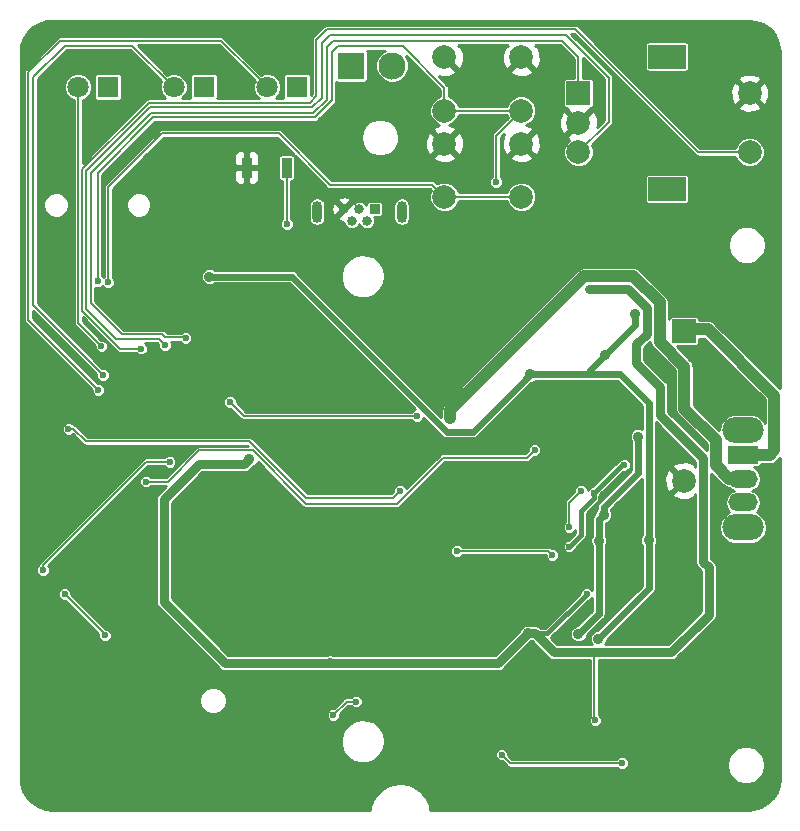
<source format=gbr>
G04 #@! TF.GenerationSoftware,KiCad,Pcbnew,(5.0.0)*
G04 #@! TF.CreationDate,2018-10-03T16:43:44-04:00*
G04 #@! TF.ProjectId,gb_walkie,67625F77616C6B69652E6B696361645F,0.1a*
G04 #@! TF.SameCoordinates,Original*
G04 #@! TF.FileFunction,Copper,L2,Bot,Signal*
G04 #@! TF.FilePolarity,Positive*
%FSLAX46Y46*%
G04 Gerber Fmt 4.6, Leading zero omitted, Abs format (unit mm)*
G04 Created by KiCad (PCBNEW (5.0.0)) date 10/03/18 16:43:44*
%MOMM*%
%LPD*%
G01*
G04 APERTURE LIST*
G04 #@! TA.AperFunction,ComponentPad*
%ADD10R,2.000000X2.000000*%
G04 #@! TD*
G04 #@! TA.AperFunction,ComponentPad*
%ADD11C,2.000000*%
G04 #@! TD*
G04 #@! TA.AperFunction,ComponentPad*
%ADD12R,1.800000X1.800000*%
G04 #@! TD*
G04 #@! TA.AperFunction,ComponentPad*
%ADD13C,1.800000*%
G04 #@! TD*
G04 #@! TA.AperFunction,ComponentPad*
%ADD14R,0.840000X0.840000*%
G04 #@! TD*
G04 #@! TA.AperFunction,ComponentPad*
%ADD15C,0.840000*%
G04 #@! TD*
G04 #@! TA.AperFunction,ComponentPad*
%ADD16O,0.850000X1.850000*%
G04 #@! TD*
G04 #@! TA.AperFunction,ComponentPad*
%ADD17R,2.300000X2.300000*%
G04 #@! TD*
G04 #@! TA.AperFunction,ComponentPad*
%ADD18C,2.300000*%
G04 #@! TD*
G04 #@! TA.AperFunction,ComponentPad*
%ADD19R,3.200000X2.000000*%
G04 #@! TD*
G04 #@! TA.AperFunction,ComponentPad*
%ADD20R,2.500000X1.500000*%
G04 #@! TD*
G04 #@! TA.AperFunction,ComponentPad*
%ADD21O,2.500000X1.500000*%
G04 #@! TD*
G04 #@! TA.AperFunction,ComponentPad*
%ADD22O,3.500000X2.200000*%
G04 #@! TD*
G04 #@! TA.AperFunction,SMDPad,CuDef*
%ADD23R,0.900000X1.700000*%
G04 #@! TD*
G04 #@! TA.AperFunction,ViaPad*
%ADD24C,0.890000*%
G04 #@! TD*
G04 #@! TA.AperFunction,ViaPad*
%ADD25C,0.600000*%
G04 #@! TD*
G04 #@! TA.AperFunction,Conductor*
%ADD26C,1.000000*%
G04 #@! TD*
G04 #@! TA.AperFunction,Conductor*
%ADD27C,0.600000*%
G04 #@! TD*
G04 #@! TA.AperFunction,Conductor*
%ADD28C,0.800000*%
G04 #@! TD*
G04 #@! TA.AperFunction,Conductor*
%ADD29C,0.400000*%
G04 #@! TD*
G04 #@! TA.AperFunction,Conductor*
%ADD30C,0.200000*%
G04 #@! TD*
G04 #@! TA.AperFunction,Conductor*
%ADD31C,0.254000*%
G04 #@! TD*
G04 APERTURE END LIST*
D10*
G04 #@! TO.P,BT1,1*
G04 #@! TO.N,Net-(BT1-Pad1)*
X156500000Y-59080000D03*
D11*
G04 #@! TO.P,BT1,2*
G04 #@! TO.N,GND*
X156500000Y-71780000D03*
G04 #@! TD*
G04 #@! TO.P,SW2,1*
G04 #@! TO.N,PUSH2*
X136240000Y-47740000D03*
G04 #@! TO.P,SW2,2*
G04 #@! TO.N,GND*
X136240000Y-43240000D03*
G04 #@! TO.P,SW2,1*
G04 #@! TO.N,PUSH2*
X142740000Y-47740000D03*
G04 #@! TO.P,SW2,2*
G04 #@! TO.N,GND*
X142740000Y-43240000D03*
G04 #@! TD*
G04 #@! TO.P,SW3,1*
G04 #@! TO.N,PUSH3*
X136240000Y-40440000D03*
G04 #@! TO.P,SW3,2*
G04 #@! TO.N,GND*
X136240000Y-35940000D03*
G04 #@! TO.P,SW3,1*
G04 #@! TO.N,PUSH3*
X142740000Y-40440000D03*
G04 #@! TO.P,SW3,2*
G04 #@! TO.N,GND*
X142740000Y-35940000D03*
G04 #@! TD*
D12*
G04 #@! TO.P,D1,1*
G04 #@! TO.N,Net-(D1-Pad1)*
X115845000Y-38450000D03*
D13*
G04 #@! TO.P,D1,2*
G04 #@! TO.N,LED2*
X113305000Y-38450000D03*
G04 #@! TD*
G04 #@! TO.P,D2,2*
G04 #@! TO.N,LED3*
X121230000Y-38450000D03*
D12*
G04 #@! TO.P,D2,1*
G04 #@! TO.N,Net-(D2-Pad1)*
X123770000Y-38450000D03*
G04 #@! TD*
G04 #@! TO.P,D3,1*
G04 #@! TO.N,Net-(D3-Pad1)*
X107770000Y-38450000D03*
D13*
G04 #@! TO.P,D3,2*
G04 #@! TO.N,3DFIX*
X105230000Y-38450000D03*
G04 #@! TD*
D14*
G04 #@! TO.P,J1,1*
G04 #@! TO.N,Net-(J1-Pad1)*
X130330000Y-48778000D03*
D15*
G04 #@! TO.P,J1,2*
G04 #@! TO.N,Net-(J1-Pad2)*
X129680000Y-49778000D03*
G04 #@! TO.P,J1,3*
G04 #@! TO.N,Net-(J1-Pad3)*
X129030000Y-48778000D03*
G04 #@! TO.P,J1,4*
G04 #@! TO.N,Net-(J1-Pad4)*
X128380000Y-49778000D03*
G04 #@! TO.P,J1,5*
G04 #@! TO.N,GND*
X127730000Y-48778000D03*
D16*
G04 #@! TO.P,J1,0*
G04 #@! TO.N,N/C*
X132605000Y-48998000D03*
X125455000Y-48998000D03*
G04 #@! TD*
D17*
G04 #@! TO.P,LS1,1*
G04 #@! TO.N,Net-(L5-Pad1)*
X128300000Y-36640000D03*
D18*
G04 #@! TO.P,LS1,2*
G04 #@! TO.N,Net-(L4-Pad1)*
X131800000Y-36640000D03*
G04 #@! TD*
D11*
G04 #@! TO.P,SW1,S1*
G04 #@! TO.N,PUSH1*
X162080000Y-43970000D03*
G04 #@! TO.P,SW1,S2*
G04 #@! TO.N,GND*
X162080000Y-38970000D03*
D19*
G04 #@! TO.P,SW1,MP*
G04 #@! TO.N,N/C*
X155080000Y-47070000D03*
X155080000Y-35870000D03*
D11*
G04 #@! TO.P,SW1,B*
G04 #@! TO.N,ENC2*
X147580000Y-43970000D03*
G04 #@! TO.P,SW1,C*
G04 #@! TO.N,GND*
X147580000Y-41470000D03*
D10*
G04 #@! TO.P,SW1,A*
G04 #@! TO.N,ENC1*
X147580000Y-38970000D03*
G04 #@! TD*
D20*
G04 #@! TO.P,SW5,1*
G04 #@! TO.N,Net-(BT1-Pad1)*
X161510000Y-69620000D03*
D21*
G04 #@! TO.P,SW5,2*
G04 #@! TO.N,+BATT*
X161510000Y-71620000D03*
G04 #@! TO.P,SW5,3*
G04 #@! TO.N,Net-(SW5-Pad3)*
X161510000Y-73620000D03*
D22*
G04 #@! TO.P,SW5,*
G04 #@! TO.N,*
X161510000Y-67520000D03*
X161510000Y-75720000D03*
G04 #@! TD*
D23*
G04 #@! TO.P,RESET1,1*
G04 #@! TO.N,GND*
X119490000Y-45280000D03*
G04 #@! TO.P,RESET1,2*
G04 #@! TO.N,RESET*
X122890000Y-45280000D03*
G04 #@! TD*
D24*
G04 #@! TO.N,+BATT*
X136745000Y-66475000D03*
D25*
G04 #@! TO.N,GND*
X158540000Y-66030000D03*
X158520000Y-63660000D03*
X155600000Y-65230000D03*
X141490000Y-75950000D03*
X141550000Y-77070000D03*
X141660000Y-73520000D03*
X110600000Y-96390000D03*
X121110000Y-96440000D03*
X119560000Y-80340000D03*
X123740000Y-81210000D03*
X161490000Y-56350000D03*
X140245000Y-74175000D03*
X140545000Y-75925000D03*
X140620000Y-71125000D03*
X136245000Y-72925000D03*
D24*
X104470000Y-77850000D03*
X105120000Y-72750000D03*
X121545000Y-62325000D03*
X126270000Y-62325000D03*
D25*
X148420000Y-68900000D03*
X154695000Y-69200000D03*
X154695000Y-68475000D03*
X136795000Y-82175000D03*
X138445000Y-78325000D03*
X143895000Y-79125000D03*
X143920000Y-80100000D03*
X136445000Y-78400000D03*
X131070000Y-77425000D03*
X152670000Y-78925000D03*
X152595000Y-80175000D03*
X159195000Y-89400000D03*
X150220000Y-78300000D03*
X157495000Y-81850000D03*
X146895000Y-92500000D03*
X139020000Y-88800000D03*
X103770000Y-36820000D03*
X110030000Y-36160000D03*
X117570000Y-35880000D03*
D24*
G04 #@! TO.N,GNDA*
X116330000Y-54500000D03*
X149270000Y-85150000D03*
X153530000Y-76820000D03*
X143460000Y-62780000D03*
X149850000Y-61130000D03*
D25*
X153530000Y-72475000D03*
D24*
X152399990Y-57630000D03*
D25*
X153530000Y-78200000D03*
D24*
G04 #@! TO.N,+3V3*
X119720000Y-69940000D03*
X143270000Y-84710000D03*
X126520000Y-87210000D03*
D25*
X148270000Y-81360000D03*
X147780000Y-72660000D03*
X146808000Y-75698000D03*
X149010000Y-92080000D03*
X148495000Y-55550000D03*
X158600000Y-82330000D03*
X152495000Y-61825000D03*
D24*
G04 #@! TO.N,VDDA*
X147580000Y-84750000D03*
X149300000Y-76860000D03*
X149720000Y-74640000D03*
X152635000Y-68050000D03*
D25*
G04 #@! TO.N,3DFIX*
X107195000Y-60400000D03*
G04 #@! TO.N,SDCS*
X141070000Y-94970000D03*
X151270000Y-95680000D03*
G04 #@! TO.N,RESET*
X112970000Y-70190000D03*
X118058000Y-65102000D03*
X133895000Y-66300000D03*
X102230000Y-79360000D03*
X122910000Y-50060000D03*
G04 #@! TO.N,MP3RX*
X137270000Y-77730000D03*
X145370000Y-78070000D03*
G04 #@! TO.N,LED2*
X107320000Y-62810000D03*
G04 #@! TO.N,LED3*
X106930000Y-64110000D03*
G04 #@! TO.N,MP3CS*
X126830000Y-91600000D03*
X128740000Y-90480000D03*
G04 #@! TO.N,PUSH1*
X110550000Y-60600000D03*
G04 #@! TO.N,ENC2*
X112580000Y-60270000D03*
G04 #@! TO.N,ENC1*
X114320000Y-59675000D03*
G04 #@! TO.N,PUSH2*
X107770002Y-54990000D03*
G04 #@! TO.N,PUSH3*
X106900000Y-54910000D03*
X140620000Y-46470000D03*
G04 #@! TO.N,RXI*
X104070000Y-81350000D03*
X107495000Y-84875000D03*
G04 #@! TO.N,XDCS*
X104400000Y-67380000D03*
X132490000Y-72640000D03*
G04 #@! TO.N,DREQ*
X110945000Y-71850000D03*
X143870000Y-69200000D03*
G04 #@! TO.N,+1V8*
X148860000Y-72830000D03*
X146810000Y-77360000D03*
X151470000Y-70425000D03*
G04 #@! TD*
D26*
G04 #@! TO.N,+BATT*
X148085072Y-54474990D02*
X136745000Y-65815062D01*
X154445009Y-56690071D02*
X152229928Y-54474990D01*
X154445010Y-60020012D02*
X154445009Y-56690071D01*
X152229928Y-54474990D02*
X148085072Y-54474990D01*
X160339998Y-71620000D02*
X159205011Y-70485013D01*
X161510000Y-71620000D02*
X160339998Y-71620000D01*
X159205011Y-70485013D02*
X159205011Y-68341011D01*
X159205011Y-68341011D02*
X156550001Y-65686001D01*
X156550001Y-65686001D02*
X156550001Y-62125003D01*
X156550001Y-62125003D02*
X154445010Y-60020012D01*
X136745000Y-65815062D02*
X136745000Y-66475000D01*
D27*
G04 #@! TO.N,GNDA*
X153530000Y-80890000D02*
X149270000Y-85150000D01*
X143460000Y-62780000D02*
X148570000Y-62780000D01*
X148570000Y-62780000D02*
X148570000Y-62410000D01*
X148570000Y-62410000D02*
X149850000Y-61130000D01*
X153530000Y-65240000D02*
X153530000Y-70780000D01*
X148570000Y-62780000D02*
X151070000Y-62780000D01*
X151070000Y-62780000D02*
X153530000Y-65240000D01*
X153530000Y-70780000D02*
X153530000Y-72475000D01*
X153530000Y-72475000D02*
X153530000Y-76820000D01*
X152399990Y-58580010D02*
X152399990Y-58259325D01*
X152399990Y-58259325D02*
X152399990Y-57630000D01*
X149850000Y-61130000D02*
X152399990Y-58580010D01*
X143015001Y-63224999D02*
X143460000Y-62780000D01*
X116330000Y-54500000D02*
X123305002Y-54500000D01*
X136430002Y-67625000D02*
X138615000Y-67625000D01*
X138615000Y-67625000D02*
X143015001Y-63224999D01*
X123305002Y-54500000D02*
X136430002Y-67625000D01*
X153530000Y-76820000D02*
X153530000Y-78200000D01*
X153530000Y-78200000D02*
X153530000Y-80890000D01*
D28*
G04 #@! TO.N,+3V3*
X119275001Y-70384999D02*
X115455001Y-70384999D01*
X119720000Y-69940000D02*
X119275001Y-70384999D01*
X115455001Y-70384999D02*
X112480000Y-73360000D01*
X112480000Y-73360000D02*
X112480000Y-82020000D01*
X112480000Y-82020000D02*
X117670000Y-87210000D01*
X140770000Y-87210000D02*
X143270000Y-84710000D01*
X143899325Y-84710000D02*
X145479325Y-86290000D01*
X143270000Y-84710000D02*
X143899325Y-84710000D01*
X155440000Y-86290000D02*
X158600000Y-83130000D01*
X117670000Y-87210000D02*
X126520000Y-87210000D01*
X126520000Y-87210000D02*
X140770000Y-87210000D01*
D29*
X144920000Y-84710000D02*
X148270000Y-81360000D01*
X143270000Y-84710000D02*
X144920000Y-84710000D01*
D30*
X147780000Y-72660000D02*
X146808000Y-73632000D01*
X146808000Y-73632000D02*
X146808000Y-75698000D01*
X148930000Y-92000000D02*
X149010000Y-92080000D01*
X148930000Y-86290000D02*
X148930000Y-92000000D01*
D28*
X145479325Y-86290000D02*
X148930000Y-86290000D01*
X148930000Y-86290000D02*
X155440000Y-86290000D01*
X148520000Y-55525000D02*
X148495000Y-55550000D01*
X151795000Y-55525000D02*
X148520000Y-55525000D01*
X153395000Y-59325000D02*
X153395000Y-57125000D01*
X158155001Y-78675001D02*
X158155001Y-69885001D01*
X152495000Y-60225000D02*
X153395000Y-59325000D01*
X158600000Y-79120000D02*
X158155001Y-78675001D01*
X158155001Y-69885001D02*
X154495000Y-66225000D01*
X154495000Y-66225000D02*
X154495000Y-63825000D01*
X154495000Y-63825000D02*
X152495000Y-61825000D01*
X153395000Y-57125000D02*
X151795000Y-55525000D01*
X152495000Y-61825000D02*
X152495000Y-60225000D01*
X158600000Y-83130000D02*
X158600000Y-82330000D01*
X158600000Y-82330000D02*
X158600000Y-79120000D01*
D27*
G04 #@! TO.N,VDDA*
X147580000Y-84750000D02*
X149300000Y-83030000D01*
X149300000Y-83030000D02*
X149300000Y-76860000D01*
X149300000Y-76860000D02*
X149300000Y-75060000D01*
X149300000Y-75060000D02*
X149720000Y-74640000D01*
X149720000Y-74010675D02*
X150270000Y-73460675D01*
X149720000Y-74640000D02*
X149720000Y-74010675D01*
X150270000Y-73460675D02*
X152635000Y-71095675D01*
X152635000Y-71095675D02*
X152635000Y-68050000D01*
D30*
G04 #@! TO.N,3DFIX*
X105230000Y-45255030D02*
X105230000Y-39722792D01*
X105230000Y-39722792D02*
X105230000Y-38450000D01*
X107195000Y-60400000D02*
X105219968Y-58424968D01*
X105219968Y-58424968D02*
X105219968Y-45265062D01*
X105219968Y-45265062D02*
X105230000Y-45255030D01*
G04 #@! TO.N,SDCS*
X141070000Y-94970000D02*
X141810000Y-95710000D01*
X141810000Y-95710000D02*
X151240000Y-95710000D01*
X151240000Y-95710000D02*
X151270000Y-95680000D01*
G04 #@! TO.N,RESET*
X133470736Y-66300000D02*
X133895000Y-66300000D01*
X118058000Y-65102000D02*
X119256000Y-66300000D01*
X119256000Y-66300000D02*
X133470736Y-66300000D01*
X110975736Y-70190000D02*
X102230000Y-78935736D01*
X112970000Y-70190000D02*
X110975736Y-70190000D01*
X102230000Y-78935736D02*
X102230000Y-79360000D01*
X122890000Y-45280000D02*
X122890000Y-50040000D01*
X122890000Y-50040000D02*
X122910000Y-50060000D01*
G04 #@! TO.N,MP3RX*
X137270000Y-77730000D02*
X145030000Y-77730000D01*
X145030000Y-77730000D02*
X145370000Y-78070000D01*
G04 #@! TO.N,LED2*
X109795000Y-34940000D02*
X113305000Y-38450000D01*
X104100000Y-34940000D02*
X109795000Y-34940000D01*
X101440000Y-37600000D02*
X104100000Y-34940000D01*
X107320000Y-62810000D02*
X101440000Y-56930000D01*
X101440000Y-56930000D02*
X101440000Y-37600000D01*
G04 #@! TO.N,LED3*
X117310000Y-34530000D02*
X120330001Y-37550001D01*
X120330001Y-37550001D02*
X121230000Y-38450000D01*
X103689998Y-34530000D02*
X117310000Y-34530000D01*
X106930000Y-64110000D02*
X101009990Y-58189990D01*
X101009990Y-37210008D02*
X103689998Y-34530000D01*
X101009990Y-58189990D02*
X101009990Y-37210008D01*
G04 #@! TO.N,MP3CS*
X127950000Y-90480000D02*
X128740000Y-90480000D01*
X126830000Y-91600000D02*
X127950000Y-90480000D01*
G04 #@! TO.N,PUSH1*
X147324990Y-33560000D02*
X157734990Y-43970000D01*
X125370000Y-39230000D02*
X125370000Y-34450000D01*
X108780020Y-60600000D02*
X105569979Y-57389959D01*
X157734990Y-43970000D02*
X162080000Y-43970000D01*
X110550000Y-60600000D02*
X108780020Y-60600000D01*
X126260000Y-33560000D02*
X147324990Y-33560000D01*
X105569979Y-57389959D02*
X105569978Y-45410042D01*
X105569978Y-45410042D02*
X111200020Y-39780000D01*
X125370000Y-34450000D02*
X126260000Y-33560000D01*
X111200020Y-39780000D02*
X124820000Y-39780000D01*
X124820000Y-39780000D02*
X125370000Y-39230000D01*
G04 #@! TO.N,ENC2*
X150145000Y-37650000D02*
X150145000Y-41405000D01*
X146525000Y-34030000D02*
X150145000Y-37650000D01*
X126510000Y-34030000D02*
X146525000Y-34030000D01*
X125830000Y-34710000D02*
X126510000Y-34030000D01*
X125830000Y-39350000D02*
X125830000Y-34710000D01*
X125005000Y-40175000D02*
X125830000Y-39350000D01*
X112069999Y-59759999D02*
X108435009Y-59759999D01*
X112580000Y-60270000D02*
X112069999Y-59759999D01*
X108435009Y-59759999D02*
X105919989Y-57244979D01*
X105919989Y-57244979D02*
X105919989Y-45590011D01*
X150145000Y-41405000D02*
X147580000Y-43970000D01*
X105919989Y-45590011D02*
X111335000Y-40175000D01*
X111335000Y-40175000D02*
X125005000Y-40175000D01*
G04 #@! TO.N,ENC1*
X146170000Y-34520000D02*
X147580000Y-35930000D01*
X126780000Y-34520000D02*
X146170000Y-34520000D01*
X126260000Y-35040000D02*
X126780000Y-34520000D01*
X126260000Y-39520000D02*
X126260000Y-35040000D01*
X125130000Y-40650000D02*
X126260000Y-39520000D01*
X111380000Y-40650000D02*
X125130000Y-40650000D01*
X106270000Y-45760000D02*
X111380000Y-40650000D01*
X114320000Y-59675000D02*
X114275000Y-59630000D01*
X147580000Y-35930000D02*
X147580000Y-38970000D01*
X114275000Y-59630000D02*
X112615996Y-59630000D01*
X112615996Y-59630000D02*
X112360997Y-59375001D01*
X112360997Y-59375001D02*
X108945001Y-59375001D01*
X108945001Y-59375001D02*
X106270000Y-56700000D01*
X106270000Y-56700000D02*
X106270000Y-45760000D01*
G04 #@! TO.N,PUSH2*
X136240000Y-47740000D02*
X142740000Y-47740000D01*
X136240000Y-47740000D02*
X135200000Y-46700000D01*
X126520000Y-46700000D02*
X122195000Y-42375000D01*
X107770002Y-54565736D02*
X107770002Y-54990000D01*
X122195000Y-42375000D02*
X112320000Y-42375000D01*
X135200000Y-46700000D02*
X126520000Y-46700000D01*
X112320000Y-42375000D02*
X107770002Y-46924998D01*
X107770002Y-46924998D02*
X107770002Y-54565736D01*
G04 #@! TO.N,PUSH3*
X136240000Y-40440000D02*
X142740000Y-40440000D01*
X140620000Y-42560000D02*
X142740000Y-40440000D01*
X140620000Y-46470000D02*
X140620000Y-42560000D01*
X136240000Y-38530000D02*
X136240000Y-40440000D01*
X127209998Y-34980000D02*
X132690000Y-34980000D01*
X106900000Y-45700000D02*
X111575000Y-41025000D01*
X111575000Y-41025000D02*
X125249988Y-41025000D01*
X132690000Y-34980000D02*
X136240000Y-38530000D01*
X125249988Y-41025000D02*
X126710000Y-39564988D01*
X106900000Y-54910000D02*
X106900000Y-45700000D01*
X126710000Y-39564988D02*
X126710000Y-35479998D01*
X126710000Y-35479998D02*
X127209998Y-34980000D01*
G04 #@! TO.N,RXI*
X107495000Y-84775000D02*
X107495000Y-84875000D01*
X104070000Y-81350000D02*
X107495000Y-84775000D01*
G04 #@! TO.N,XDCS*
X104824264Y-67380000D02*
X105874264Y-68430000D01*
X104400000Y-67380000D02*
X104824264Y-67380000D01*
X105874264Y-68430000D02*
X119710000Y-68430000D01*
X119710000Y-68430000D02*
X124490000Y-73210000D01*
X124490000Y-73210000D02*
X131920000Y-73210000D01*
X131920000Y-73210000D02*
X132490000Y-72640000D01*
G04 #@! TO.N,DREQ*
X110945000Y-71850000D02*
X112845000Y-71850000D01*
X112845000Y-71850000D02*
X115495000Y-69200000D01*
X119985012Y-69200000D02*
X124510012Y-73725000D01*
X115495000Y-69200000D02*
X119985012Y-69200000D01*
X132219002Y-73725000D02*
X136119002Y-69825000D01*
X124510012Y-73725000D02*
X132219002Y-73725000D01*
X136119002Y-69825000D02*
X143245000Y-69825000D01*
X143245000Y-69825000D02*
X143870000Y-69200000D01*
D29*
G04 #@! TO.N,+1V8*
X148860000Y-73254264D02*
X147800000Y-74314264D01*
X148860000Y-72830000D02*
X148860000Y-73254264D01*
X147800000Y-74314264D02*
X147800000Y-76370000D01*
X147800000Y-76370000D02*
X146810000Y-77360000D01*
X148860000Y-72830000D02*
X151265000Y-70425000D01*
X151265000Y-70425000D02*
X151470000Y-70425000D01*
D26*
G04 #@! TO.N,Net-(BT1-Pad1)*
X163760000Y-69620000D02*
X161510000Y-69620000D01*
X164170000Y-69210000D02*
X163760000Y-69620000D01*
X164170000Y-64575000D02*
X164170000Y-69210000D01*
X158570000Y-58975000D02*
X164170000Y-64575000D01*
X156570000Y-58975000D02*
X158570000Y-58975000D01*
G04 #@! TD*
D31*
G04 #@! TO.N,GND*
G36*
X162597464Y-32920244D02*
X163172345Y-33128916D01*
X163683799Y-33464240D01*
X164104395Y-33908230D01*
X164411571Y-34437072D01*
X164590266Y-35027073D01*
X164633001Y-35505918D01*
X164633001Y-63939157D01*
X159173538Y-58479695D01*
X159130186Y-58414814D01*
X158873170Y-58243082D01*
X158646526Y-58198000D01*
X158646525Y-58198000D01*
X158570000Y-58182778D01*
X158493475Y-58198000D01*
X157782426Y-58198000D01*
X157782426Y-58080000D01*
X157760928Y-57971920D01*
X157699705Y-57880295D01*
X157608080Y-57819072D01*
X157500000Y-57797574D01*
X155500000Y-57797574D01*
X155391920Y-57819072D01*
X155300295Y-57880295D01*
X155239072Y-57971920D01*
X155222009Y-58057704D01*
X155222008Y-56766602D01*
X155237231Y-56690071D01*
X155176927Y-56386900D01*
X155048543Y-56194761D01*
X155048542Y-56194760D01*
X155005194Y-56129885D01*
X154940319Y-56086537D01*
X152833466Y-53979685D01*
X152790114Y-53914804D01*
X152533098Y-53743072D01*
X152306454Y-53697990D01*
X152306453Y-53697990D01*
X152229928Y-53682768D01*
X152153403Y-53697990D01*
X148161598Y-53697990D01*
X148085072Y-53682768D01*
X147781901Y-53743072D01*
X147729628Y-53778000D01*
X147524886Y-53914804D01*
X147481536Y-53979682D01*
X136249695Y-65211524D01*
X136184814Y-65254876D01*
X136013082Y-65511893D01*
X135997316Y-65591157D01*
X135952778Y-65815062D01*
X135968000Y-65891587D01*
X135968000Y-66346997D01*
X123789188Y-54168185D01*
X127479508Y-54168185D01*
X127484349Y-54784523D01*
X127688571Y-55366064D01*
X128070155Y-55850100D01*
X128587952Y-56184437D01*
X129186131Y-56333026D01*
X129800190Y-56279843D01*
X130363915Y-56030622D01*
X130816520Y-55612239D01*
X131109201Y-55069805D01*
X131210399Y-54461812D01*
X131210167Y-54432329D01*
X131099432Y-53826001D01*
X130798267Y-53288232D01*
X130339146Y-52877008D01*
X129771576Y-52636674D01*
X129156758Y-52593142D01*
X128560987Y-52751108D01*
X128048504Y-53093538D01*
X127674571Y-53583508D01*
X127479508Y-54168185D01*
X123789188Y-54168185D01*
X123753190Y-54132188D01*
X123720996Y-54084006D01*
X123530136Y-53956478D01*
X123361831Y-53923000D01*
X123361830Y-53923000D01*
X123305002Y-53911696D01*
X123248174Y-53923000D01*
X116774062Y-53923000D01*
X116738980Y-53887918D01*
X116473615Y-53778000D01*
X116186385Y-53778000D01*
X115921020Y-53887918D01*
X115717918Y-54091020D01*
X115608000Y-54356385D01*
X115608000Y-54643615D01*
X115717918Y-54908980D01*
X115921020Y-55112082D01*
X116186385Y-55222000D01*
X116473615Y-55222000D01*
X116738980Y-55112082D01*
X116774062Y-55077000D01*
X123066002Y-55077000D01*
X133731984Y-65742983D01*
X133568156Y-65810843D01*
X133455999Y-65923000D01*
X119412159Y-65923000D01*
X118635000Y-65145842D01*
X118635000Y-64987228D01*
X118547157Y-64775156D01*
X118384844Y-64612843D01*
X118172772Y-64525000D01*
X117943228Y-64525000D01*
X117731156Y-64612843D01*
X117568843Y-64775156D01*
X117481000Y-64987228D01*
X117481000Y-65216772D01*
X117568843Y-65428844D01*
X117731156Y-65591157D01*
X117943228Y-65679000D01*
X118101842Y-65679000D01*
X118963170Y-66540329D01*
X118984199Y-66571801D01*
X119015671Y-66592830D01*
X119015672Y-66592831D01*
X119108902Y-66655125D01*
X119218874Y-66677000D01*
X119218877Y-66677000D01*
X119256000Y-66684384D01*
X119293122Y-66677000D01*
X133455999Y-66677000D01*
X133568156Y-66789157D01*
X133780228Y-66877000D01*
X134009772Y-66877000D01*
X134221844Y-66789157D01*
X134384157Y-66626844D01*
X134452017Y-66463016D01*
X135981816Y-67992815D01*
X136014008Y-68040994D01*
X136204868Y-68168522D01*
X136373173Y-68202000D01*
X136430001Y-68213304D01*
X136486829Y-68202000D01*
X138558172Y-68202000D01*
X138615000Y-68213304D01*
X138671828Y-68202000D01*
X138671829Y-68202000D01*
X138840134Y-68168522D01*
X139030994Y-68040994D01*
X139063188Y-67992812D01*
X143463185Y-63592816D01*
X143463186Y-63592814D01*
X143554001Y-63502000D01*
X143603615Y-63502000D01*
X143868980Y-63392082D01*
X143904062Y-63357000D01*
X148513171Y-63357000D01*
X148570000Y-63368304D01*
X148626829Y-63357000D01*
X150831000Y-63357000D01*
X152953000Y-65479001D01*
X152953000Y-67400233D01*
X152778615Y-67328000D01*
X152491385Y-67328000D01*
X152226020Y-67437918D01*
X152022918Y-67641020D01*
X151913000Y-67906385D01*
X151913000Y-68193615D01*
X152022918Y-68458980D01*
X152058001Y-68494063D01*
X152058000Y-70856674D01*
X149902186Y-73012489D01*
X149902183Y-73012491D01*
X149352186Y-73562489D01*
X149304007Y-73594681D01*
X149176478Y-73785541D01*
X149143000Y-73953846D01*
X149131696Y-74010675D01*
X149143000Y-74067503D01*
X149143000Y-74195938D01*
X149107918Y-74231020D01*
X148998000Y-74496385D01*
X148998000Y-74546000D01*
X148932186Y-74611814D01*
X148884007Y-74644006D01*
X148804106Y-74763587D01*
X148756479Y-74834866D01*
X148711696Y-75060000D01*
X148723001Y-75116832D01*
X148723000Y-76415938D01*
X148687918Y-76451020D01*
X148578000Y-76716385D01*
X148578000Y-77003615D01*
X148687918Y-77268980D01*
X148723001Y-77304063D01*
X148723000Y-80996999D01*
X148596844Y-80870843D01*
X148384772Y-80783000D01*
X148155228Y-80783000D01*
X147943156Y-80870843D01*
X147780843Y-81033156D01*
X147693000Y-81245228D01*
X147693000Y-81262421D01*
X144722421Y-84233000D01*
X144394825Y-84233000D01*
X144387415Y-84221910D01*
X144163477Y-84072280D01*
X143966003Y-84033000D01*
X143966001Y-84033000D01*
X143899325Y-84019737D01*
X143832649Y-84033000D01*
X143522254Y-84033000D01*
X143413615Y-83988000D01*
X143126385Y-83988000D01*
X142861020Y-84097918D01*
X142657918Y-84301020D01*
X142612918Y-84409661D01*
X140489579Y-86533000D01*
X126772254Y-86533000D01*
X126663615Y-86488000D01*
X126376385Y-86488000D01*
X126267746Y-86533000D01*
X117950423Y-86533000D01*
X113157000Y-81739579D01*
X113157000Y-77615228D01*
X136693000Y-77615228D01*
X136693000Y-77844772D01*
X136780843Y-78056844D01*
X136943156Y-78219157D01*
X137155228Y-78307000D01*
X137384772Y-78307000D01*
X137596844Y-78219157D01*
X137709001Y-78107000D01*
X144793000Y-78107000D01*
X144793000Y-78184772D01*
X144880843Y-78396844D01*
X145043156Y-78559157D01*
X145255228Y-78647000D01*
X145484772Y-78647000D01*
X145696844Y-78559157D01*
X145859157Y-78396844D01*
X145947000Y-78184772D01*
X145947000Y-77955228D01*
X145859157Y-77743156D01*
X145696844Y-77580843D01*
X145484772Y-77493000D01*
X145326158Y-77493000D01*
X145322832Y-77489674D01*
X145301801Y-77458199D01*
X145177098Y-77374875D01*
X145067126Y-77353000D01*
X145067122Y-77353000D01*
X145030000Y-77345616D01*
X144992878Y-77353000D01*
X137709001Y-77353000D01*
X137596844Y-77240843D01*
X137384772Y-77153000D01*
X137155228Y-77153000D01*
X136943156Y-77240843D01*
X136780843Y-77403156D01*
X136693000Y-77615228D01*
X113157000Y-77615228D01*
X113157000Y-75583228D01*
X146231000Y-75583228D01*
X146231000Y-75812772D01*
X146318843Y-76024844D01*
X146481156Y-76187157D01*
X146693228Y-76275000D01*
X146922772Y-76275000D01*
X147134844Y-76187157D01*
X147297157Y-76024844D01*
X147323001Y-75962452D01*
X147323001Y-76172420D01*
X146712421Y-76783000D01*
X146695228Y-76783000D01*
X146483156Y-76870843D01*
X146320843Y-77033156D01*
X146233000Y-77245228D01*
X146233000Y-77474772D01*
X146320843Y-77686844D01*
X146483156Y-77849157D01*
X146695228Y-77937000D01*
X146924772Y-77937000D01*
X147136844Y-77849157D01*
X147299157Y-77686844D01*
X147387000Y-77474772D01*
X147387000Y-77457579D01*
X148104071Y-76740508D01*
X148143897Y-76713897D01*
X148249323Y-76556116D01*
X148277000Y-76416975D01*
X148277000Y-76416971D01*
X148286343Y-76370001D01*
X148277000Y-76323031D01*
X148277000Y-74511843D01*
X149164074Y-73624770D01*
X149203897Y-73598161D01*
X149309323Y-73440380D01*
X149337000Y-73301238D01*
X149337000Y-73301235D01*
X149346343Y-73254265D01*
X149337000Y-73207295D01*
X149337000Y-73169001D01*
X149349157Y-73156844D01*
X149437000Y-72944772D01*
X149437000Y-72927579D01*
X151362580Y-71002000D01*
X151584772Y-71002000D01*
X151796844Y-70914157D01*
X151959157Y-70751844D01*
X152047000Y-70539772D01*
X152047000Y-70310228D01*
X151959157Y-70098156D01*
X151796844Y-69935843D01*
X151584772Y-69848000D01*
X151355228Y-69848000D01*
X151143156Y-69935843D01*
X151109390Y-69969609D01*
X151078884Y-69975677D01*
X150921103Y-70081103D01*
X150894494Y-70120926D01*
X148762421Y-72253000D01*
X148745228Y-72253000D01*
X148533156Y-72340843D01*
X148370843Y-72503156D01*
X148355208Y-72540902D01*
X148269157Y-72333156D01*
X148106844Y-72170843D01*
X147894772Y-72083000D01*
X147665228Y-72083000D01*
X147453156Y-72170843D01*
X147290843Y-72333156D01*
X147203000Y-72545228D01*
X147203000Y-72703842D01*
X146567674Y-73339168D01*
X146536199Y-73360199D01*
X146452875Y-73484903D01*
X146431000Y-73594875D01*
X146431000Y-73594878D01*
X146423616Y-73632000D01*
X146431000Y-73669123D01*
X146431001Y-75258998D01*
X146318843Y-75371156D01*
X146231000Y-75583228D01*
X113157000Y-75583228D01*
X113157000Y-73640421D01*
X115735423Y-71061999D01*
X119208325Y-71061999D01*
X119275001Y-71075262D01*
X119341677Y-71061999D01*
X119341679Y-71061999D01*
X119539153Y-71022719D01*
X119763091Y-70873089D01*
X119800864Y-70816557D01*
X120020340Y-70597082D01*
X120128980Y-70552082D01*
X120332082Y-70348980D01*
X120410798Y-70158944D01*
X124217182Y-73965329D01*
X124238211Y-73996801D01*
X124269683Y-74017830D01*
X124269684Y-74017831D01*
X124318222Y-74050263D01*
X124362914Y-74080125D01*
X124472886Y-74102000D01*
X124472889Y-74102000D01*
X124510011Y-74109384D01*
X124547134Y-74102000D01*
X132181880Y-74102000D01*
X132219002Y-74109384D01*
X132256124Y-74102000D01*
X132256128Y-74102000D01*
X132366100Y-74080125D01*
X132490803Y-73996801D01*
X132511834Y-73965326D01*
X136275161Y-70202000D01*
X143207878Y-70202000D01*
X143245000Y-70209384D01*
X143282122Y-70202000D01*
X143282126Y-70202000D01*
X143392098Y-70180125D01*
X143516801Y-70096801D01*
X143537832Y-70065326D01*
X143826158Y-69777000D01*
X143984772Y-69777000D01*
X144196844Y-69689157D01*
X144359157Y-69526844D01*
X144447000Y-69314772D01*
X144447000Y-69085228D01*
X144359157Y-68873156D01*
X144196844Y-68710843D01*
X143984772Y-68623000D01*
X143755228Y-68623000D01*
X143543156Y-68710843D01*
X143380843Y-68873156D01*
X143293000Y-69085228D01*
X143293000Y-69243842D01*
X143088842Y-69448000D01*
X136156124Y-69448000D01*
X136119002Y-69440616D01*
X136081879Y-69448000D01*
X136081876Y-69448000D01*
X135971904Y-69469875D01*
X135878674Y-69532169D01*
X135878673Y-69532170D01*
X135847201Y-69553199D01*
X135826172Y-69584671D01*
X133013874Y-72396970D01*
X132979157Y-72313156D01*
X132816844Y-72150843D01*
X132604772Y-72063000D01*
X132375228Y-72063000D01*
X132163156Y-72150843D01*
X132000843Y-72313156D01*
X131913000Y-72525228D01*
X131913000Y-72683842D01*
X131763842Y-72833000D01*
X124646159Y-72833000D01*
X120002832Y-68189674D01*
X119981801Y-68158199D01*
X119857098Y-68074875D01*
X119747126Y-68053000D01*
X119747122Y-68053000D01*
X119710000Y-68045616D01*
X119672878Y-68053000D01*
X106030423Y-68053000D01*
X105117096Y-67139674D01*
X105096065Y-67108199D01*
X104971362Y-67024875D01*
X104861390Y-67003000D01*
X104861386Y-67003000D01*
X104833443Y-66997442D01*
X104726844Y-66890843D01*
X104514772Y-66803000D01*
X104285228Y-66803000D01*
X104073156Y-66890843D01*
X103910843Y-67053156D01*
X103823000Y-67265228D01*
X103823000Y-67494772D01*
X103910843Y-67706844D01*
X104073156Y-67869157D01*
X104285228Y-67957000D01*
X104514772Y-67957000D01*
X104726844Y-67869157D01*
X104753553Y-67842448D01*
X105581434Y-68670329D01*
X105602463Y-68701801D01*
X105633935Y-68722830D01*
X105633936Y-68722831D01*
X105692437Y-68761920D01*
X105727166Y-68785125D01*
X105837138Y-68807000D01*
X105837141Y-68807000D01*
X105874263Y-68814384D01*
X105911386Y-68807000D01*
X119553842Y-68807000D01*
X119569842Y-68823000D01*
X115532122Y-68823000D01*
X115495000Y-68815616D01*
X115457877Y-68823000D01*
X115457874Y-68823000D01*
X115357328Y-68843000D01*
X115347902Y-68844875D01*
X115254672Y-68907169D01*
X115254671Y-68907170D01*
X115223199Y-68928199D01*
X115202170Y-68959671D01*
X112688842Y-71473000D01*
X111384001Y-71473000D01*
X111271844Y-71360843D01*
X111059772Y-71273000D01*
X110830228Y-71273000D01*
X110618156Y-71360843D01*
X110455843Y-71523156D01*
X110368000Y-71735228D01*
X110368000Y-71964772D01*
X110455843Y-72176844D01*
X110618156Y-72339157D01*
X110830228Y-72427000D01*
X111059772Y-72427000D01*
X111271844Y-72339157D01*
X111384001Y-72227000D01*
X112655579Y-72227000D01*
X112048441Y-72834138D01*
X111991910Y-72871911D01*
X111842280Y-73095849D01*
X111812092Y-73247615D01*
X111789737Y-73360000D01*
X111803000Y-73426677D01*
X111803001Y-81953319D01*
X111789737Y-82020000D01*
X111828571Y-82215228D01*
X111842281Y-82284152D01*
X111991911Y-82508090D01*
X112048441Y-82545862D01*
X117144140Y-87641563D01*
X117181910Y-87698090D01*
X117405848Y-87847720D01*
X117603322Y-87887000D01*
X117603323Y-87887000D01*
X117669999Y-87900263D01*
X117736676Y-87887000D01*
X126267746Y-87887000D01*
X126376385Y-87932000D01*
X126663615Y-87932000D01*
X126772254Y-87887000D01*
X140703324Y-87887000D01*
X140770000Y-87900263D01*
X140836676Y-87887000D01*
X140836678Y-87887000D01*
X141034152Y-87847720D01*
X141258090Y-87698090D01*
X141295864Y-87641557D01*
X143550422Y-85387000D01*
X143618904Y-85387000D01*
X144953465Y-86721563D01*
X144991235Y-86778090D01*
X145215173Y-86927720D01*
X145412647Y-86967000D01*
X145412648Y-86967000D01*
X145479324Y-86980263D01*
X145546001Y-86967000D01*
X148553000Y-86967000D01*
X148553001Y-91720998D01*
X148520843Y-91753156D01*
X148433000Y-91965228D01*
X148433000Y-92194772D01*
X148520843Y-92406844D01*
X148683156Y-92569157D01*
X148895228Y-92657000D01*
X149124772Y-92657000D01*
X149336844Y-92569157D01*
X149499157Y-92406844D01*
X149587000Y-92194772D01*
X149587000Y-91965228D01*
X149499157Y-91753156D01*
X149336844Y-91590843D01*
X149307000Y-91578481D01*
X149307000Y-86967000D01*
X155373324Y-86967000D01*
X155440000Y-86980263D01*
X155506676Y-86967000D01*
X155506678Y-86967000D01*
X155704152Y-86927720D01*
X155928090Y-86778090D01*
X155965864Y-86721557D01*
X159031562Y-83655860D01*
X159088089Y-83618090D01*
X159237720Y-83394152D01*
X159277000Y-83196678D01*
X159277000Y-83196677D01*
X159290263Y-83130000D01*
X159277000Y-83063324D01*
X159277000Y-79186678D01*
X159290263Y-79120000D01*
X159237720Y-78855847D01*
X159125860Y-78688437D01*
X159088090Y-78631910D01*
X159031562Y-78594139D01*
X158832001Y-78394579D01*
X158832001Y-71210846D01*
X159736462Y-72115308D01*
X159779812Y-72180186D01*
X160036828Y-72351918D01*
X160263472Y-72397000D01*
X160339997Y-72412222D01*
X160345465Y-72411134D01*
X160609285Y-72587413D01*
X160773111Y-72620000D01*
X160609285Y-72652587D01*
X160269574Y-72879574D01*
X160042587Y-73219285D01*
X159962880Y-73620000D01*
X160042587Y-74020715D01*
X160269574Y-74360426D01*
X160353809Y-74416710D01*
X160322721Y-74422894D01*
X159867238Y-74727238D01*
X159562894Y-75182721D01*
X159456023Y-75720000D01*
X159562894Y-76257279D01*
X159867238Y-76712762D01*
X160322721Y-77017106D01*
X160724377Y-77097000D01*
X162295623Y-77097000D01*
X162697279Y-77017106D01*
X163152762Y-76712762D01*
X163457106Y-76257279D01*
X163563977Y-75720000D01*
X163457106Y-75182721D01*
X163152762Y-74727238D01*
X162697279Y-74422894D01*
X162666191Y-74416710D01*
X162750426Y-74360426D01*
X162977413Y-74020715D01*
X163057120Y-73620000D01*
X162977413Y-73219285D01*
X162750426Y-72879574D01*
X162410715Y-72652587D01*
X162246889Y-72620000D01*
X162410715Y-72587413D01*
X162750426Y-72360426D01*
X162977413Y-72020715D01*
X163057120Y-71620000D01*
X162977413Y-71219285D01*
X162750426Y-70879574D01*
X162410715Y-70652587D01*
X162409906Y-70652426D01*
X162760000Y-70652426D01*
X162868080Y-70630928D01*
X162959705Y-70569705D01*
X163020928Y-70478080D01*
X163037055Y-70397000D01*
X163683475Y-70397000D01*
X163760000Y-70412222D01*
X163836525Y-70397000D01*
X163836526Y-70397000D01*
X164063170Y-70351918D01*
X164320186Y-70180186D01*
X164363538Y-70115305D01*
X164633000Y-69845843D01*
X164633000Y-96969263D01*
X164559759Y-97597465D01*
X164351087Y-98172348D01*
X164015763Y-98683802D01*
X163571771Y-99104399D01*
X163042929Y-99411575D01*
X162452929Y-99590269D01*
X161974097Y-99633003D01*
X135053081Y-99633003D01*
X135017279Y-99361062D01*
X134993159Y-99271042D01*
X134993155Y-99271036D01*
X134768382Y-98728385D01*
X134768382Y-98728384D01*
X134742521Y-98683592D01*
X134721785Y-98647675D01*
X134721781Y-98647671D01*
X134364217Y-98181685D01*
X134298318Y-98115786D01*
X133832332Y-97758222D01*
X133832328Y-97758218D01*
X133768719Y-97721494D01*
X133751619Y-97711621D01*
X133751616Y-97711620D01*
X133208967Y-97486848D01*
X133208961Y-97486844D01*
X133118941Y-97462724D01*
X132536598Y-97386057D01*
X132443402Y-97386057D01*
X131861059Y-97462724D01*
X131771039Y-97486844D01*
X131771033Y-97486848D01*
X131228384Y-97711620D01*
X131228381Y-97711621D01*
X131211281Y-97721494D01*
X131147672Y-97758218D01*
X131147668Y-97758222D01*
X130681682Y-98115786D01*
X130615783Y-98181685D01*
X130258219Y-98647671D01*
X130258215Y-98647675D01*
X130237479Y-98683592D01*
X130211618Y-98728384D01*
X130211618Y-98728385D01*
X129986845Y-99271036D01*
X129986841Y-99271042D01*
X129962721Y-99361062D01*
X129926919Y-99633003D01*
X103010740Y-99633003D01*
X102382538Y-99559762D01*
X101807655Y-99351090D01*
X101296201Y-99015766D01*
X100875604Y-98571774D01*
X100568428Y-98042932D01*
X100389734Y-97452932D01*
X100347000Y-96974100D01*
X100347000Y-93538188D01*
X127479508Y-93538188D01*
X127484349Y-94154526D01*
X127688571Y-94736067D01*
X128070155Y-95220103D01*
X128587952Y-95554440D01*
X129186131Y-95703029D01*
X129800190Y-95649846D01*
X130363915Y-95400625D01*
X130816520Y-94982242D01*
X130885052Y-94855228D01*
X140493000Y-94855228D01*
X140493000Y-95084772D01*
X140580843Y-95296844D01*
X140743156Y-95459157D01*
X140955228Y-95547000D01*
X141113842Y-95547000D01*
X141517170Y-95950329D01*
X141538199Y-95981801D01*
X141569671Y-96002830D01*
X141569672Y-96002831D01*
X141575678Y-96006844D01*
X141662902Y-96065125D01*
X141772874Y-96087000D01*
X141772877Y-96087000D01*
X141809999Y-96094384D01*
X141847122Y-96087000D01*
X150860999Y-96087000D01*
X150943156Y-96169157D01*
X151155228Y-96257000D01*
X151384772Y-96257000D01*
X151596844Y-96169157D01*
X151759157Y-96006844D01*
X151826435Y-95844419D01*
X160140542Y-95844419D01*
X160238662Y-96400886D01*
X160521188Y-96890234D01*
X160954042Y-97253442D01*
X161485016Y-97446701D01*
X162050068Y-97446701D01*
X162581042Y-97253442D01*
X163013896Y-96890234D01*
X163296422Y-96400886D01*
X163394542Y-95844419D01*
X163296422Y-95287952D01*
X163013896Y-94798604D01*
X162581042Y-94435396D01*
X162050068Y-94242137D01*
X161485016Y-94242137D01*
X160954042Y-94435396D01*
X160521188Y-94798604D01*
X160238662Y-95287952D01*
X160140542Y-95844419D01*
X151826435Y-95844419D01*
X151847000Y-95794772D01*
X151847000Y-95565228D01*
X151759157Y-95353156D01*
X151596844Y-95190843D01*
X151384772Y-95103000D01*
X151155228Y-95103000D01*
X150943156Y-95190843D01*
X150800999Y-95333000D01*
X141966159Y-95333000D01*
X141647000Y-95013842D01*
X141647000Y-94855228D01*
X141559157Y-94643156D01*
X141396844Y-94480843D01*
X141184772Y-94393000D01*
X140955228Y-94393000D01*
X140743156Y-94480843D01*
X140580843Y-94643156D01*
X140493000Y-94855228D01*
X130885052Y-94855228D01*
X131109201Y-94439808D01*
X131210399Y-93831815D01*
X131210167Y-93802332D01*
X131099432Y-93196004D01*
X130798267Y-92658235D01*
X130339146Y-92247011D01*
X129771576Y-92006677D01*
X129156758Y-91963145D01*
X128560987Y-92121111D01*
X128048504Y-92463541D01*
X127674571Y-92953511D01*
X127479508Y-93538188D01*
X100347000Y-93538188D01*
X100347000Y-90145880D01*
X115475000Y-90145880D01*
X115475000Y-90614120D01*
X115654187Y-91046717D01*
X115985283Y-91377813D01*
X116417880Y-91557000D01*
X116886120Y-91557000D01*
X117059393Y-91485228D01*
X126253000Y-91485228D01*
X126253000Y-91714772D01*
X126340843Y-91926844D01*
X126503156Y-92089157D01*
X126715228Y-92177000D01*
X126944772Y-92177000D01*
X127156844Y-92089157D01*
X127319157Y-91926844D01*
X127407000Y-91714772D01*
X127407000Y-91556158D01*
X128106159Y-90857000D01*
X128300999Y-90857000D01*
X128413156Y-90969157D01*
X128625228Y-91057000D01*
X128854772Y-91057000D01*
X129066844Y-90969157D01*
X129229157Y-90806844D01*
X129317000Y-90594772D01*
X129317000Y-90365228D01*
X129229157Y-90153156D01*
X129066844Y-89990843D01*
X128854772Y-89903000D01*
X128625228Y-89903000D01*
X128413156Y-89990843D01*
X128300999Y-90103000D01*
X127987122Y-90103000D01*
X127949999Y-90095616D01*
X127912877Y-90103000D01*
X127912874Y-90103000D01*
X127802902Y-90124875D01*
X127709672Y-90187169D01*
X127709671Y-90187170D01*
X127678199Y-90208199D01*
X127657170Y-90239671D01*
X126873842Y-91023000D01*
X126715228Y-91023000D01*
X126503156Y-91110843D01*
X126340843Y-91273156D01*
X126253000Y-91485228D01*
X117059393Y-91485228D01*
X117318717Y-91377813D01*
X117649813Y-91046717D01*
X117829000Y-90614120D01*
X117829000Y-90145880D01*
X117649813Y-89713283D01*
X117318717Y-89382187D01*
X116886120Y-89203000D01*
X116417880Y-89203000D01*
X115985283Y-89382187D01*
X115654187Y-89713283D01*
X115475000Y-90145880D01*
X100347000Y-90145880D01*
X100347000Y-81235228D01*
X103493000Y-81235228D01*
X103493000Y-81464772D01*
X103580843Y-81676844D01*
X103743156Y-81839157D01*
X103955228Y-81927000D01*
X104113842Y-81927000D01*
X106926514Y-84739672D01*
X106918000Y-84760228D01*
X106918000Y-84989772D01*
X107005843Y-85201844D01*
X107168156Y-85364157D01*
X107380228Y-85452000D01*
X107609772Y-85452000D01*
X107821844Y-85364157D01*
X107984157Y-85201844D01*
X108072000Y-84989772D01*
X108072000Y-84760228D01*
X107984157Y-84548156D01*
X107821844Y-84385843D01*
X107609772Y-84298000D01*
X107551158Y-84298000D01*
X104647000Y-81393842D01*
X104647000Y-81235228D01*
X104559157Y-81023156D01*
X104396844Y-80860843D01*
X104184772Y-80773000D01*
X103955228Y-80773000D01*
X103743156Y-80860843D01*
X103580843Y-81023156D01*
X103493000Y-81235228D01*
X100347000Y-81235228D01*
X100347000Y-79245228D01*
X101653000Y-79245228D01*
X101653000Y-79474772D01*
X101740843Y-79686844D01*
X101903156Y-79849157D01*
X102115228Y-79937000D01*
X102344772Y-79937000D01*
X102556844Y-79849157D01*
X102719157Y-79686844D01*
X102807000Y-79474772D01*
X102807000Y-79245228D01*
X102719157Y-79033156D01*
X102692448Y-79006447D01*
X111131894Y-70567000D01*
X112530999Y-70567000D01*
X112643156Y-70679157D01*
X112855228Y-70767000D01*
X113084772Y-70767000D01*
X113296844Y-70679157D01*
X113459157Y-70516844D01*
X113547000Y-70304772D01*
X113547000Y-70075228D01*
X113459157Y-69863156D01*
X113296844Y-69700843D01*
X113084772Y-69613000D01*
X112855228Y-69613000D01*
X112643156Y-69700843D01*
X112530999Y-69813000D01*
X111012856Y-69813000D01*
X110975735Y-69805616D01*
X110938614Y-69813000D01*
X110938610Y-69813000D01*
X110828638Y-69834875D01*
X110703935Y-69918199D01*
X110682904Y-69949674D01*
X101989674Y-78642904D01*
X101958199Y-78663935D01*
X101874875Y-78788639D01*
X101853000Y-78898611D01*
X101853000Y-78898614D01*
X101847442Y-78926557D01*
X101740843Y-79033156D01*
X101653000Y-79245228D01*
X100347000Y-79245228D01*
X100347000Y-37210008D01*
X100625606Y-37210008D01*
X100632991Y-37247135D01*
X100632990Y-58152868D01*
X100625606Y-58189990D01*
X100632990Y-58227112D01*
X100632990Y-58227115D01*
X100654865Y-58337087D01*
X100738189Y-58461791D01*
X100769664Y-58482822D01*
X106353000Y-64066158D01*
X106353000Y-64224772D01*
X106440843Y-64436844D01*
X106603156Y-64599157D01*
X106815228Y-64687000D01*
X107044772Y-64687000D01*
X107256844Y-64599157D01*
X107419157Y-64436844D01*
X107507000Y-64224772D01*
X107507000Y-63995228D01*
X107419157Y-63783156D01*
X107256844Y-63620843D01*
X107044772Y-63533000D01*
X106886158Y-63533000D01*
X101386990Y-58033832D01*
X101386990Y-57410148D01*
X106743000Y-62766159D01*
X106743000Y-62924772D01*
X106830843Y-63136844D01*
X106993156Y-63299157D01*
X107205228Y-63387000D01*
X107434772Y-63387000D01*
X107646844Y-63299157D01*
X107809157Y-63136844D01*
X107897000Y-62924772D01*
X107897000Y-62695228D01*
X107809157Y-62483156D01*
X107646844Y-62320843D01*
X107434772Y-62233000D01*
X107276159Y-62233000D01*
X101817000Y-56773842D01*
X101817000Y-48215771D01*
X102273000Y-48215771D01*
X102273000Y-48644229D01*
X102436963Y-49040072D01*
X102739928Y-49343037D01*
X103135771Y-49507000D01*
X103564229Y-49507000D01*
X103960072Y-49343037D01*
X104263037Y-49040072D01*
X104427000Y-48644229D01*
X104427000Y-48215771D01*
X104263037Y-47819928D01*
X103960072Y-47516963D01*
X103564229Y-47353000D01*
X103135771Y-47353000D01*
X102739928Y-47516963D01*
X102436963Y-47819928D01*
X102273000Y-48215771D01*
X101817000Y-48215771D01*
X101817000Y-37756158D01*
X104256159Y-35317000D01*
X109638842Y-35317000D01*
X112248005Y-37926163D01*
X112128000Y-38215880D01*
X112128000Y-38684120D01*
X112307187Y-39116717D01*
X112593470Y-39403000D01*
X111237142Y-39403000D01*
X111200020Y-39395616D01*
X111162897Y-39403000D01*
X111162894Y-39403000D01*
X111052922Y-39424875D01*
X110959692Y-39487169D01*
X110959691Y-39487170D01*
X110928219Y-39508199D01*
X110907190Y-39539671D01*
X105607000Y-44839862D01*
X105607000Y-39567817D01*
X105896717Y-39447813D01*
X106227813Y-39116717D01*
X106407000Y-38684120D01*
X106407000Y-38215880D01*
X106227813Y-37783283D01*
X105994530Y-37550000D01*
X106587574Y-37550000D01*
X106587574Y-39350000D01*
X106609072Y-39458080D01*
X106670295Y-39549705D01*
X106761920Y-39610928D01*
X106870000Y-39632426D01*
X108670000Y-39632426D01*
X108778080Y-39610928D01*
X108869705Y-39549705D01*
X108930928Y-39458080D01*
X108952426Y-39350000D01*
X108952426Y-37550000D01*
X108930928Y-37441920D01*
X108869705Y-37350295D01*
X108778080Y-37289072D01*
X108670000Y-37267574D01*
X106870000Y-37267574D01*
X106761920Y-37289072D01*
X106670295Y-37350295D01*
X106609072Y-37441920D01*
X106587574Y-37550000D01*
X105994530Y-37550000D01*
X105896717Y-37452187D01*
X105464120Y-37273000D01*
X104995880Y-37273000D01*
X104563283Y-37452187D01*
X104232187Y-37783283D01*
X104053000Y-38215880D01*
X104053000Y-38684120D01*
X104232187Y-39116717D01*
X104563283Y-39447813D01*
X104853000Y-39567817D01*
X104853000Y-39759917D01*
X104853001Y-39759922D01*
X104853000Y-45177505D01*
X104835584Y-45265062D01*
X104842969Y-45302189D01*
X104842968Y-58387846D01*
X104835584Y-58424968D01*
X104842968Y-58462090D01*
X104842968Y-58462093D01*
X104864843Y-58572065D01*
X104948167Y-58696769D01*
X104979642Y-58717800D01*
X106618000Y-60356159D01*
X106618000Y-60514772D01*
X106705843Y-60726844D01*
X106868156Y-60889157D01*
X107080228Y-60977000D01*
X107309772Y-60977000D01*
X107521844Y-60889157D01*
X107684157Y-60726844D01*
X107772000Y-60514772D01*
X107772000Y-60285228D01*
X107684157Y-60073156D01*
X107521844Y-59910843D01*
X107309772Y-59823000D01*
X107151159Y-59823000D01*
X105596968Y-58268810D01*
X105596968Y-57950106D01*
X108487188Y-60840326D01*
X108508219Y-60871801D01*
X108632922Y-60955125D01*
X108742894Y-60977000D01*
X108780020Y-60984385D01*
X108817146Y-60977000D01*
X110110999Y-60977000D01*
X110223156Y-61089157D01*
X110435228Y-61177000D01*
X110664772Y-61177000D01*
X110876844Y-61089157D01*
X111039157Y-60926844D01*
X111127000Y-60714772D01*
X111127000Y-60485228D01*
X111039157Y-60273156D01*
X110903000Y-60136999D01*
X111913841Y-60136999D01*
X112003000Y-60226158D01*
X112003000Y-60384772D01*
X112090843Y-60596844D01*
X112253156Y-60759157D01*
X112465228Y-60847000D01*
X112694772Y-60847000D01*
X112906844Y-60759157D01*
X113069157Y-60596844D01*
X113157000Y-60384772D01*
X113157000Y-60155228D01*
X113095602Y-60007000D01*
X113835999Y-60007000D01*
X113993156Y-60164157D01*
X114205228Y-60252000D01*
X114434772Y-60252000D01*
X114646844Y-60164157D01*
X114809157Y-60001844D01*
X114897000Y-59789772D01*
X114897000Y-59560228D01*
X114809157Y-59348156D01*
X114646844Y-59185843D01*
X114434772Y-59098000D01*
X114205228Y-59098000D01*
X113993156Y-59185843D01*
X113925999Y-59253000D01*
X112772155Y-59253000D01*
X112653829Y-59134674D01*
X112632798Y-59103200D01*
X112508095Y-59019876D01*
X112398123Y-58998001D01*
X112398119Y-58998001D01*
X112360997Y-58990617D01*
X112323875Y-58998001D01*
X109101159Y-58998001D01*
X106647000Y-56543842D01*
X106647000Y-55429744D01*
X106785228Y-55487000D01*
X107014772Y-55487000D01*
X107226844Y-55399157D01*
X107295001Y-55331000D01*
X107443158Y-55479157D01*
X107655230Y-55567000D01*
X107884774Y-55567000D01*
X108096846Y-55479157D01*
X108259159Y-55316844D01*
X108347002Y-55104772D01*
X108347002Y-54875228D01*
X108259159Y-54663156D01*
X108147002Y-54550999D01*
X108147002Y-51819265D01*
X160202493Y-51819265D01*
X160300613Y-52375732D01*
X160583139Y-52865080D01*
X161015993Y-53228288D01*
X161546967Y-53421547D01*
X162112019Y-53421547D01*
X162642993Y-53228288D01*
X163075847Y-52865080D01*
X163358373Y-52375732D01*
X163456493Y-51819265D01*
X163358373Y-51262798D01*
X163075847Y-50773450D01*
X162642993Y-50410242D01*
X162112019Y-50216983D01*
X161546967Y-50216983D01*
X161015993Y-50410242D01*
X160583139Y-50773450D01*
X160300613Y-51262798D01*
X160202493Y-51819265D01*
X108147002Y-51819265D01*
X108147002Y-48215771D01*
X109273000Y-48215771D01*
X109273000Y-48644229D01*
X109436963Y-49040072D01*
X109739928Y-49343037D01*
X110135771Y-49507000D01*
X110564229Y-49507000D01*
X110960072Y-49343037D01*
X111263037Y-49040072D01*
X111427000Y-48644229D01*
X111427000Y-48215771D01*
X111263037Y-47819928D01*
X110960072Y-47516963D01*
X110564229Y-47353000D01*
X110135771Y-47353000D01*
X109739928Y-47516963D01*
X109436963Y-47819928D01*
X109273000Y-48215771D01*
X108147002Y-48215771D01*
X108147002Y-47081156D01*
X109662408Y-45565750D01*
X118405000Y-45565750D01*
X118405000Y-46256310D01*
X118501673Y-46489699D01*
X118680302Y-46668327D01*
X118913691Y-46765000D01*
X119204250Y-46765000D01*
X119363000Y-46606250D01*
X119363000Y-45407000D01*
X119617000Y-45407000D01*
X119617000Y-46606250D01*
X119775750Y-46765000D01*
X120066309Y-46765000D01*
X120299698Y-46668327D01*
X120478327Y-46489699D01*
X120575000Y-46256310D01*
X120575000Y-45565750D01*
X120416250Y-45407000D01*
X119617000Y-45407000D01*
X119363000Y-45407000D01*
X118563750Y-45407000D01*
X118405000Y-45565750D01*
X109662408Y-45565750D01*
X110924468Y-44303690D01*
X118405000Y-44303690D01*
X118405000Y-44994250D01*
X118563750Y-45153000D01*
X119363000Y-45153000D01*
X119363000Y-43953750D01*
X119617000Y-43953750D01*
X119617000Y-45153000D01*
X120416250Y-45153000D01*
X120575000Y-44994250D01*
X120575000Y-44303690D01*
X120478327Y-44070301D01*
X120299698Y-43891673D01*
X120066309Y-43795000D01*
X119775750Y-43795000D01*
X119617000Y-43953750D01*
X119363000Y-43953750D01*
X119204250Y-43795000D01*
X118913691Y-43795000D01*
X118680302Y-43891673D01*
X118501673Y-44070301D01*
X118405000Y-44303690D01*
X110924468Y-44303690D01*
X112476159Y-42752000D01*
X122038842Y-42752000D01*
X123471690Y-44184848D01*
X123448080Y-44169072D01*
X123340000Y-44147574D01*
X122440000Y-44147574D01*
X122331920Y-44169072D01*
X122240295Y-44230295D01*
X122179072Y-44321920D01*
X122157574Y-44430000D01*
X122157574Y-46130000D01*
X122179072Y-46238080D01*
X122240295Y-46329705D01*
X122331920Y-46390928D01*
X122440000Y-46412426D01*
X122513000Y-46412426D01*
X122513001Y-49640998D01*
X122420843Y-49733156D01*
X122333000Y-49945228D01*
X122333000Y-50174772D01*
X122420843Y-50386844D01*
X122583156Y-50549157D01*
X122795228Y-50637000D01*
X123024772Y-50637000D01*
X123236844Y-50549157D01*
X123399157Y-50386844D01*
X123487000Y-50174772D01*
X123487000Y-49945228D01*
X123399157Y-49733156D01*
X123267000Y-49600999D01*
X123267000Y-49567135D01*
X124753000Y-49567135D01*
X124793731Y-49771905D01*
X124948887Y-50004112D01*
X125181094Y-50159269D01*
X125455000Y-50213752D01*
X125728905Y-50159269D01*
X125961112Y-50004113D01*
X126116269Y-49771906D01*
X126157000Y-49567136D01*
X126157000Y-49509913D01*
X127177692Y-49509913D01*
X127204905Y-49716796D01*
X127604137Y-49846279D01*
X127683000Y-49840030D01*
X127683000Y-49916642D01*
X127789112Y-50172819D01*
X127985181Y-50368888D01*
X128241358Y-50475000D01*
X128518642Y-50475000D01*
X128774819Y-50368888D01*
X128970888Y-50172819D01*
X129030000Y-50030110D01*
X129089112Y-50172819D01*
X129285181Y-50368888D01*
X129541358Y-50475000D01*
X129818642Y-50475000D01*
X130074819Y-50368888D01*
X130270888Y-50172819D01*
X130377000Y-49916642D01*
X130377000Y-49639358D01*
X130347085Y-49567135D01*
X131903000Y-49567135D01*
X131943731Y-49771905D01*
X132098887Y-50004112D01*
X132331094Y-50159269D01*
X132605000Y-50213752D01*
X132878905Y-50159269D01*
X133111112Y-50004113D01*
X133266269Y-49771906D01*
X133307000Y-49567136D01*
X133307000Y-48428864D01*
X133266269Y-48224094D01*
X133111113Y-47991887D01*
X132878906Y-47836731D01*
X132605000Y-47782248D01*
X132331095Y-47836731D01*
X132098888Y-47991887D01*
X131943732Y-48224094D01*
X131903001Y-48428864D01*
X131903000Y-49567135D01*
X130347085Y-49567135D01*
X130311168Y-49480426D01*
X130750000Y-49480426D01*
X130858080Y-49458928D01*
X130949705Y-49397705D01*
X131010928Y-49306080D01*
X131032426Y-49198000D01*
X131032426Y-48358000D01*
X131010928Y-48249920D01*
X130949705Y-48158295D01*
X130858080Y-48097072D01*
X130750000Y-48075574D01*
X129910000Y-48075574D01*
X129801920Y-48097072D01*
X129710295Y-48158295D01*
X129649072Y-48249920D01*
X129627574Y-48358000D01*
X129627574Y-48399322D01*
X129620888Y-48383181D01*
X129424819Y-48187112D01*
X129168642Y-48081000D01*
X128891358Y-48081000D01*
X128635181Y-48187112D01*
X128580944Y-48241349D01*
X128461913Y-48225692D01*
X127909605Y-48778000D01*
X127923748Y-48792143D01*
X127744143Y-48971748D01*
X127730000Y-48957605D01*
X127177692Y-49509913D01*
X126157000Y-49509913D01*
X126157000Y-48652137D01*
X126661721Y-48652137D01*
X126694873Y-49070531D01*
X126791204Y-49303095D01*
X126998087Y-49330308D01*
X127550395Y-48778000D01*
X126998087Y-48225692D01*
X126791204Y-48252905D01*
X126661721Y-48652137D01*
X126157000Y-48652137D01*
X126157000Y-48428864D01*
X126116269Y-48224094D01*
X125997329Y-48046087D01*
X127177692Y-48046087D01*
X127730000Y-48598395D01*
X128282308Y-48046087D01*
X128255095Y-47839204D01*
X127855863Y-47709721D01*
X127437469Y-47742873D01*
X127204905Y-47839204D01*
X127177692Y-48046087D01*
X125997329Y-48046087D01*
X125961113Y-47991887D01*
X125728906Y-47836731D01*
X125455000Y-47782248D01*
X125181095Y-47836731D01*
X124948888Y-47991887D01*
X124793732Y-48224094D01*
X124753001Y-48428864D01*
X124753000Y-49567135D01*
X123267000Y-49567135D01*
X123267000Y-46412426D01*
X123340000Y-46412426D01*
X123448080Y-46390928D01*
X123539705Y-46329705D01*
X123600928Y-46238080D01*
X123622426Y-46130000D01*
X123622426Y-44430000D01*
X123600928Y-44321920D01*
X123585152Y-44298310D01*
X126227168Y-46940326D01*
X126248199Y-46971801D01*
X126372902Y-47055125D01*
X126482874Y-47077000D01*
X126482877Y-47077000D01*
X126520000Y-47084384D01*
X126557122Y-47077000D01*
X135043842Y-47077000D01*
X135106468Y-47139627D01*
X134963000Y-47485989D01*
X134963000Y-47994011D01*
X135157412Y-48463362D01*
X135516638Y-48822588D01*
X135985989Y-49017000D01*
X136494011Y-49017000D01*
X136963362Y-48822588D01*
X137322588Y-48463362D01*
X137466056Y-48117000D01*
X141513944Y-48117000D01*
X141657412Y-48463362D01*
X142016638Y-48822588D01*
X142485989Y-49017000D01*
X142994011Y-49017000D01*
X143463362Y-48822588D01*
X143822588Y-48463362D01*
X144017000Y-47994011D01*
X144017000Y-47485989D01*
X143822588Y-47016638D01*
X143463362Y-46657412D01*
X142994011Y-46463000D01*
X142485989Y-46463000D01*
X142016638Y-46657412D01*
X141657412Y-47016638D01*
X141513944Y-47363000D01*
X137466056Y-47363000D01*
X137322588Y-47016638D01*
X136963362Y-46657412D01*
X136494011Y-46463000D01*
X135985989Y-46463000D01*
X135639627Y-46606468D01*
X135492831Y-46459673D01*
X135471801Y-46428199D01*
X135347098Y-46344875D01*
X135237126Y-46323000D01*
X135237122Y-46323000D01*
X135200000Y-46315616D01*
X135162878Y-46323000D01*
X126676158Y-46323000D01*
X124745690Y-44392532D01*
X135267073Y-44392532D01*
X135365736Y-44659387D01*
X135975461Y-44885908D01*
X136625460Y-44861856D01*
X137114264Y-44659387D01*
X137212927Y-44392532D01*
X136240000Y-43419605D01*
X135267073Y-44392532D01*
X124745690Y-44392532D01*
X123067419Y-42714261D01*
X129154641Y-42714261D01*
X129252761Y-43270728D01*
X129535287Y-43760076D01*
X129968141Y-44123284D01*
X130499115Y-44316543D01*
X131064167Y-44316543D01*
X131595141Y-44123284D01*
X132027995Y-43760076D01*
X132310521Y-43270728D01*
X132362584Y-42975461D01*
X134594092Y-42975461D01*
X134618144Y-43625460D01*
X134820613Y-44114264D01*
X135087468Y-44212927D01*
X136060395Y-43240000D01*
X136419605Y-43240000D01*
X137392532Y-44212927D01*
X137659387Y-44114264D01*
X137885908Y-43504539D01*
X137861856Y-42854540D01*
X137659387Y-42365736D01*
X137392532Y-42267073D01*
X136419605Y-43240000D01*
X136060395Y-43240000D01*
X135087468Y-42267073D01*
X134820613Y-42365736D01*
X134594092Y-42975461D01*
X132362584Y-42975461D01*
X132408641Y-42714261D01*
X132310521Y-42157794D01*
X132027995Y-41668446D01*
X131595141Y-41305238D01*
X131064167Y-41111979D01*
X130499115Y-41111979D01*
X129968141Y-41305238D01*
X129535287Y-41668446D01*
X129252761Y-42157794D01*
X129154641Y-42714261D01*
X123067419Y-42714261D01*
X122487832Y-42134674D01*
X122466801Y-42103199D01*
X122342098Y-42019875D01*
X122232126Y-41998000D01*
X122232122Y-41998000D01*
X122195000Y-41990616D01*
X122157878Y-41998000D01*
X112357122Y-41998000D01*
X112320000Y-41990616D01*
X112282877Y-41998000D01*
X112282874Y-41998000D01*
X112172902Y-42019875D01*
X112079672Y-42082169D01*
X112079671Y-42082170D01*
X112048199Y-42103199D01*
X112027170Y-42134671D01*
X107529676Y-46632166D01*
X107498201Y-46653197D01*
X107414877Y-46777901D01*
X107393002Y-46887873D01*
X107393002Y-46887876D01*
X107385618Y-46924998D01*
X107393002Y-46962120D01*
X107393003Y-54528606D01*
X107393002Y-54528611D01*
X107393002Y-54550999D01*
X107375001Y-54569000D01*
X107277000Y-54470999D01*
X107277000Y-45856158D01*
X111731159Y-41402000D01*
X125212866Y-41402000D01*
X125249988Y-41409384D01*
X125287110Y-41402000D01*
X125287114Y-41402000D01*
X125397086Y-41380125D01*
X125521789Y-41296801D01*
X125542820Y-41265326D01*
X126950330Y-39857817D01*
X126981801Y-39836789D01*
X127019747Y-39780000D01*
X127065125Y-39712086D01*
X127070380Y-39685666D01*
X127087000Y-39602114D01*
X127087000Y-39602111D01*
X127094384Y-39564988D01*
X127087000Y-39527866D01*
X127087000Y-38059895D01*
X127150000Y-38072426D01*
X129450000Y-38072426D01*
X129558080Y-38050928D01*
X129649705Y-37989705D01*
X129710928Y-37898080D01*
X129732426Y-37790000D01*
X129732426Y-35490000D01*
X129710928Y-35381920D01*
X129694277Y-35357000D01*
X131168504Y-35357000D01*
X130991669Y-35430247D01*
X130590247Y-35831669D01*
X130373000Y-36356152D01*
X130373000Y-36923848D01*
X130590247Y-37448331D01*
X130991669Y-37849753D01*
X131516152Y-38067000D01*
X132083848Y-38067000D01*
X132608331Y-37849753D01*
X133009753Y-37448331D01*
X133227000Y-36923848D01*
X133227000Y-36356152D01*
X133010631Y-35833790D01*
X135863000Y-38686159D01*
X135863000Y-39213944D01*
X135516638Y-39357412D01*
X135157412Y-39716638D01*
X134963000Y-40185989D01*
X134963000Y-40694011D01*
X135157412Y-41163362D01*
X135516638Y-41522588D01*
X135800935Y-41640348D01*
X135365736Y-41820613D01*
X135267073Y-42087468D01*
X136240000Y-43060395D01*
X137212927Y-42087468D01*
X137114264Y-41820613D01*
X136655415Y-41650144D01*
X136963362Y-41522588D01*
X137322588Y-41163362D01*
X137466056Y-40817000D01*
X141513944Y-40817000D01*
X141606468Y-41040373D01*
X140379672Y-42267170D01*
X140348200Y-42288199D01*
X140327171Y-42319671D01*
X140327169Y-42319673D01*
X140264875Y-42412903D01*
X140235616Y-42560000D01*
X140243001Y-42597127D01*
X140243000Y-46030999D01*
X140130843Y-46143156D01*
X140043000Y-46355228D01*
X140043000Y-46584772D01*
X140130843Y-46796844D01*
X140293156Y-46959157D01*
X140505228Y-47047000D01*
X140734772Y-47047000D01*
X140946844Y-46959157D01*
X141109157Y-46796844D01*
X141197000Y-46584772D01*
X141197000Y-46355228D01*
X141109157Y-46143156D01*
X141036001Y-46070000D01*
X153197574Y-46070000D01*
X153197574Y-48070000D01*
X153219072Y-48178080D01*
X153280295Y-48269705D01*
X153371920Y-48330928D01*
X153480000Y-48352426D01*
X156680000Y-48352426D01*
X156788080Y-48330928D01*
X156879705Y-48269705D01*
X156940928Y-48178080D01*
X156962426Y-48070000D01*
X156962426Y-46070000D01*
X156940928Y-45961920D01*
X156879705Y-45870295D01*
X156788080Y-45809072D01*
X156680000Y-45787574D01*
X153480000Y-45787574D01*
X153371920Y-45809072D01*
X153280295Y-45870295D01*
X153219072Y-45961920D01*
X153197574Y-46070000D01*
X141036001Y-46070000D01*
X140997000Y-46030999D01*
X140997000Y-44392532D01*
X141767073Y-44392532D01*
X141865736Y-44659387D01*
X142475461Y-44885908D01*
X143125460Y-44861856D01*
X143614264Y-44659387D01*
X143712927Y-44392532D01*
X142740000Y-43419605D01*
X141767073Y-44392532D01*
X140997000Y-44392532D01*
X140997000Y-42716158D01*
X141304765Y-42408393D01*
X141094092Y-42975461D01*
X141118144Y-43625460D01*
X141320613Y-44114264D01*
X141587468Y-44212927D01*
X142560395Y-43240000D01*
X142919605Y-43240000D01*
X143892532Y-44212927D01*
X144159387Y-44114264D01*
X144385908Y-43504539D01*
X144361856Y-42854540D01*
X144159387Y-42365736D01*
X143892532Y-42267073D01*
X142919605Y-43240000D01*
X142560395Y-43240000D01*
X142546253Y-43225858D01*
X142725858Y-43046253D01*
X142740000Y-43060395D01*
X143712927Y-42087468D01*
X143614264Y-41820613D01*
X143155415Y-41650144D01*
X143463362Y-41522588D01*
X143780489Y-41205461D01*
X145934092Y-41205461D01*
X145958144Y-41855460D01*
X146160613Y-42344264D01*
X146427468Y-42442927D01*
X147400395Y-41470000D01*
X146427468Y-40497073D01*
X146160613Y-40595736D01*
X145934092Y-41205461D01*
X143780489Y-41205461D01*
X143822588Y-41163362D01*
X144017000Y-40694011D01*
X144017000Y-40185989D01*
X143822588Y-39716638D01*
X143463362Y-39357412D01*
X142994011Y-39163000D01*
X142485989Y-39163000D01*
X142016638Y-39357412D01*
X141657412Y-39716638D01*
X141513944Y-40063000D01*
X137466056Y-40063000D01*
X137322588Y-39716638D01*
X136963362Y-39357412D01*
X136617000Y-39213944D01*
X136617000Y-38567122D01*
X136624384Y-38529999D01*
X136617000Y-38492875D01*
X136617000Y-38492874D01*
X136595125Y-38382902D01*
X136511801Y-38258199D01*
X136480330Y-38237171D01*
X135742530Y-37499371D01*
X135975461Y-37585908D01*
X136625460Y-37561856D01*
X137114264Y-37359387D01*
X137212927Y-37092532D01*
X141767073Y-37092532D01*
X141865736Y-37359387D01*
X142475461Y-37585908D01*
X143125460Y-37561856D01*
X143614264Y-37359387D01*
X143712927Y-37092532D01*
X142740000Y-36119605D01*
X141767073Y-37092532D01*
X137212927Y-37092532D01*
X136240000Y-36119605D01*
X136225858Y-36133748D01*
X136046253Y-35954143D01*
X136060395Y-35940000D01*
X136046253Y-35925858D01*
X136225858Y-35746253D01*
X136240000Y-35760395D01*
X136254143Y-35746253D01*
X136433748Y-35925858D01*
X136419605Y-35940000D01*
X137392532Y-36912927D01*
X137659387Y-36814264D01*
X137885908Y-36204539D01*
X137861856Y-35554540D01*
X137659387Y-35065736D01*
X137392534Y-34967074D01*
X137462608Y-34897000D01*
X141517392Y-34897000D01*
X141587466Y-34967074D01*
X141320613Y-35065736D01*
X141094092Y-35675461D01*
X141118144Y-36325460D01*
X141320613Y-36814264D01*
X141587468Y-36912927D01*
X142560395Y-35940000D01*
X142546253Y-35925858D01*
X142725858Y-35746253D01*
X142740000Y-35760395D01*
X142754143Y-35746253D01*
X142933748Y-35925858D01*
X142919605Y-35940000D01*
X143892532Y-36912927D01*
X144159387Y-36814264D01*
X144385908Y-36204539D01*
X144361856Y-35554540D01*
X144159387Y-35065736D01*
X143892534Y-34967074D01*
X143962608Y-34897000D01*
X146013842Y-34897000D01*
X147203000Y-36086159D01*
X147203001Y-37687574D01*
X146580000Y-37687574D01*
X146471920Y-37709072D01*
X146380295Y-37770295D01*
X146319072Y-37861920D01*
X146297574Y-37970000D01*
X146297574Y-39970000D01*
X146319072Y-40078080D01*
X146380295Y-40169705D01*
X146471920Y-40230928D01*
X146580000Y-40252426D01*
X146631121Y-40252426D01*
X146607073Y-40317468D01*
X147580000Y-41290395D01*
X148552927Y-40317468D01*
X148528879Y-40252426D01*
X148580000Y-40252426D01*
X148688080Y-40230928D01*
X148779705Y-40169705D01*
X148840928Y-40078080D01*
X148862426Y-39970000D01*
X148862426Y-37970000D01*
X148840928Y-37861920D01*
X148779705Y-37770295D01*
X148688080Y-37709072D01*
X148580000Y-37687574D01*
X147957000Y-37687574D01*
X147957000Y-35995158D01*
X149768000Y-37806159D01*
X149768001Y-41248840D01*
X149192572Y-41824269D01*
X149225908Y-41734539D01*
X149201856Y-41084540D01*
X148999387Y-40595736D01*
X148732532Y-40497073D01*
X147759605Y-41470000D01*
X147773748Y-41484143D01*
X147594143Y-41663748D01*
X147580000Y-41649605D01*
X146607073Y-42622532D01*
X146705736Y-42889387D01*
X146814322Y-42929728D01*
X146497412Y-43246638D01*
X146303000Y-43715989D01*
X146303000Y-44224011D01*
X146497412Y-44693362D01*
X146856638Y-45052588D01*
X147325989Y-45247000D01*
X147834011Y-45247000D01*
X148303362Y-45052588D01*
X148662588Y-44693362D01*
X148857000Y-44224011D01*
X148857000Y-43715989D01*
X148713532Y-43369627D01*
X150385329Y-41697830D01*
X150416801Y-41676801D01*
X150455995Y-41618144D01*
X150500125Y-41552098D01*
X150516455Y-41470000D01*
X150522000Y-41442126D01*
X150522000Y-41442123D01*
X150529384Y-41405000D01*
X150522000Y-41367878D01*
X150522000Y-37687122D01*
X150529384Y-37649999D01*
X150522000Y-37612875D01*
X150522000Y-37612874D01*
X150500125Y-37502902D01*
X150416801Y-37378199D01*
X150385330Y-37357171D01*
X146965158Y-33937000D01*
X147168832Y-33937000D01*
X157442160Y-44210329D01*
X157463189Y-44241801D01*
X157494661Y-44262830D01*
X157494662Y-44262831D01*
X157555812Y-44303690D01*
X157587892Y-44325125D01*
X157697864Y-44347000D01*
X157697867Y-44347000D01*
X157734989Y-44354384D01*
X157772112Y-44347000D01*
X160853944Y-44347000D01*
X160997412Y-44693362D01*
X161356638Y-45052588D01*
X161825989Y-45247000D01*
X162334011Y-45247000D01*
X162803362Y-45052588D01*
X163162588Y-44693362D01*
X163357000Y-44224011D01*
X163357000Y-43715989D01*
X163162588Y-43246638D01*
X162803362Y-42887412D01*
X162334011Y-42693000D01*
X161825989Y-42693000D01*
X161356638Y-42887412D01*
X160997412Y-43246638D01*
X160853944Y-43593000D01*
X157891149Y-43593000D01*
X154420681Y-40122532D01*
X161107073Y-40122532D01*
X161205736Y-40389387D01*
X161815461Y-40615908D01*
X162465460Y-40591856D01*
X162954264Y-40389387D01*
X163052927Y-40122532D01*
X162080000Y-39149605D01*
X161107073Y-40122532D01*
X154420681Y-40122532D01*
X153003610Y-38705461D01*
X160434092Y-38705461D01*
X160458144Y-39355460D01*
X160660613Y-39844264D01*
X160927468Y-39942927D01*
X161900395Y-38970000D01*
X162259605Y-38970000D01*
X163232532Y-39942927D01*
X163499387Y-39844264D01*
X163725908Y-39234539D01*
X163701856Y-38584540D01*
X163499387Y-38095736D01*
X163232532Y-37997073D01*
X162259605Y-38970000D01*
X161900395Y-38970000D01*
X160927468Y-37997073D01*
X160660613Y-38095736D01*
X160434092Y-38705461D01*
X153003610Y-38705461D01*
X152115617Y-37817468D01*
X161107073Y-37817468D01*
X162080000Y-38790395D01*
X163052927Y-37817468D01*
X162954264Y-37550613D01*
X162344539Y-37324092D01*
X161694540Y-37348144D01*
X161205736Y-37550613D01*
X161107073Y-37817468D01*
X152115617Y-37817468D01*
X149168149Y-34870000D01*
X153197574Y-34870000D01*
X153197574Y-36870000D01*
X153219072Y-36978080D01*
X153280295Y-37069705D01*
X153371920Y-37130928D01*
X153480000Y-37152426D01*
X156680000Y-37152426D01*
X156788080Y-37130928D01*
X156879705Y-37069705D01*
X156940928Y-36978080D01*
X156962426Y-36870000D01*
X156962426Y-34870000D01*
X156940928Y-34761920D01*
X156879705Y-34670295D01*
X156788080Y-34609072D01*
X156680000Y-34587574D01*
X153480000Y-34587574D01*
X153371920Y-34609072D01*
X153280295Y-34670295D01*
X153219072Y-34761920D01*
X153197574Y-34870000D01*
X149168149Y-34870000D01*
X147617822Y-33319674D01*
X147596791Y-33288199D01*
X147472088Y-33204875D01*
X147362116Y-33183000D01*
X147362112Y-33183000D01*
X147324990Y-33175616D01*
X147287868Y-33183000D01*
X126297122Y-33183000D01*
X126259999Y-33175616D01*
X126222877Y-33183000D01*
X126222874Y-33183000D01*
X126112902Y-33204875D01*
X126019672Y-33267169D01*
X126019671Y-33267170D01*
X125988199Y-33288199D01*
X125967170Y-33319671D01*
X125129672Y-34157170D01*
X125098200Y-34178199D01*
X125077171Y-34209671D01*
X125077169Y-34209673D01*
X125014875Y-34302903D01*
X124985616Y-34450000D01*
X124993001Y-34487127D01*
X124993000Y-39073842D01*
X124952426Y-39114416D01*
X124952426Y-37550000D01*
X124930928Y-37441920D01*
X124869705Y-37350295D01*
X124778080Y-37289072D01*
X124670000Y-37267574D01*
X122870000Y-37267574D01*
X122761920Y-37289072D01*
X122670295Y-37350295D01*
X122609072Y-37441920D01*
X122587574Y-37550000D01*
X122587574Y-39350000D01*
X122598116Y-39403000D01*
X121941530Y-39403000D01*
X122227813Y-39116717D01*
X122407000Y-38684120D01*
X122407000Y-38215880D01*
X122227813Y-37783283D01*
X121896717Y-37452187D01*
X121464120Y-37273000D01*
X120995880Y-37273000D01*
X120706163Y-37393004D01*
X120622834Y-37309676D01*
X120622832Y-37309673D01*
X117602832Y-34289674D01*
X117581801Y-34258199D01*
X117457098Y-34174875D01*
X117347126Y-34153000D01*
X117347122Y-34153000D01*
X117310000Y-34145616D01*
X117272878Y-34153000D01*
X103727120Y-34153000D01*
X103689998Y-34145616D01*
X103652875Y-34153000D01*
X103652872Y-34153000D01*
X103542900Y-34174875D01*
X103418197Y-34258199D01*
X103397166Y-34289674D01*
X100769662Y-36917178D01*
X100738190Y-36938207D01*
X100717161Y-36969679D01*
X100717159Y-36969681D01*
X100654865Y-37062911D01*
X100625606Y-37210008D01*
X100347000Y-37210008D01*
X100347000Y-35510743D01*
X100420241Y-34882539D01*
X100628913Y-34307658D01*
X100964237Y-33796204D01*
X101408227Y-33375608D01*
X101937069Y-33068432D01*
X102527070Y-32889737D01*
X103005904Y-32847003D01*
X161969260Y-32847003D01*
X162597464Y-32920244D01*
X162597464Y-32920244D01*
G37*
X162597464Y-32920244D02*
X163172345Y-33128916D01*
X163683799Y-33464240D01*
X164104395Y-33908230D01*
X164411571Y-34437072D01*
X164590266Y-35027073D01*
X164633001Y-35505918D01*
X164633001Y-63939157D01*
X159173538Y-58479695D01*
X159130186Y-58414814D01*
X158873170Y-58243082D01*
X158646526Y-58198000D01*
X158646525Y-58198000D01*
X158570000Y-58182778D01*
X158493475Y-58198000D01*
X157782426Y-58198000D01*
X157782426Y-58080000D01*
X157760928Y-57971920D01*
X157699705Y-57880295D01*
X157608080Y-57819072D01*
X157500000Y-57797574D01*
X155500000Y-57797574D01*
X155391920Y-57819072D01*
X155300295Y-57880295D01*
X155239072Y-57971920D01*
X155222009Y-58057704D01*
X155222008Y-56766602D01*
X155237231Y-56690071D01*
X155176927Y-56386900D01*
X155048543Y-56194761D01*
X155048542Y-56194760D01*
X155005194Y-56129885D01*
X154940319Y-56086537D01*
X152833466Y-53979685D01*
X152790114Y-53914804D01*
X152533098Y-53743072D01*
X152306454Y-53697990D01*
X152306453Y-53697990D01*
X152229928Y-53682768D01*
X152153403Y-53697990D01*
X148161598Y-53697990D01*
X148085072Y-53682768D01*
X147781901Y-53743072D01*
X147729628Y-53778000D01*
X147524886Y-53914804D01*
X147481536Y-53979682D01*
X136249695Y-65211524D01*
X136184814Y-65254876D01*
X136013082Y-65511893D01*
X135997316Y-65591157D01*
X135952778Y-65815062D01*
X135968000Y-65891587D01*
X135968000Y-66346997D01*
X123789188Y-54168185D01*
X127479508Y-54168185D01*
X127484349Y-54784523D01*
X127688571Y-55366064D01*
X128070155Y-55850100D01*
X128587952Y-56184437D01*
X129186131Y-56333026D01*
X129800190Y-56279843D01*
X130363915Y-56030622D01*
X130816520Y-55612239D01*
X131109201Y-55069805D01*
X131210399Y-54461812D01*
X131210167Y-54432329D01*
X131099432Y-53826001D01*
X130798267Y-53288232D01*
X130339146Y-52877008D01*
X129771576Y-52636674D01*
X129156758Y-52593142D01*
X128560987Y-52751108D01*
X128048504Y-53093538D01*
X127674571Y-53583508D01*
X127479508Y-54168185D01*
X123789188Y-54168185D01*
X123753190Y-54132188D01*
X123720996Y-54084006D01*
X123530136Y-53956478D01*
X123361831Y-53923000D01*
X123361830Y-53923000D01*
X123305002Y-53911696D01*
X123248174Y-53923000D01*
X116774062Y-53923000D01*
X116738980Y-53887918D01*
X116473615Y-53778000D01*
X116186385Y-53778000D01*
X115921020Y-53887918D01*
X115717918Y-54091020D01*
X115608000Y-54356385D01*
X115608000Y-54643615D01*
X115717918Y-54908980D01*
X115921020Y-55112082D01*
X116186385Y-55222000D01*
X116473615Y-55222000D01*
X116738980Y-55112082D01*
X116774062Y-55077000D01*
X123066002Y-55077000D01*
X133731984Y-65742983D01*
X133568156Y-65810843D01*
X133455999Y-65923000D01*
X119412159Y-65923000D01*
X118635000Y-65145842D01*
X118635000Y-64987228D01*
X118547157Y-64775156D01*
X118384844Y-64612843D01*
X118172772Y-64525000D01*
X117943228Y-64525000D01*
X117731156Y-64612843D01*
X117568843Y-64775156D01*
X117481000Y-64987228D01*
X117481000Y-65216772D01*
X117568843Y-65428844D01*
X117731156Y-65591157D01*
X117943228Y-65679000D01*
X118101842Y-65679000D01*
X118963170Y-66540329D01*
X118984199Y-66571801D01*
X119015671Y-66592830D01*
X119015672Y-66592831D01*
X119108902Y-66655125D01*
X119218874Y-66677000D01*
X119218877Y-66677000D01*
X119256000Y-66684384D01*
X119293122Y-66677000D01*
X133455999Y-66677000D01*
X133568156Y-66789157D01*
X133780228Y-66877000D01*
X134009772Y-66877000D01*
X134221844Y-66789157D01*
X134384157Y-66626844D01*
X134452017Y-66463016D01*
X135981816Y-67992815D01*
X136014008Y-68040994D01*
X136204868Y-68168522D01*
X136373173Y-68202000D01*
X136430001Y-68213304D01*
X136486829Y-68202000D01*
X138558172Y-68202000D01*
X138615000Y-68213304D01*
X138671828Y-68202000D01*
X138671829Y-68202000D01*
X138840134Y-68168522D01*
X139030994Y-68040994D01*
X139063188Y-67992812D01*
X143463185Y-63592816D01*
X143463186Y-63592814D01*
X143554001Y-63502000D01*
X143603615Y-63502000D01*
X143868980Y-63392082D01*
X143904062Y-63357000D01*
X148513171Y-63357000D01*
X148570000Y-63368304D01*
X148626829Y-63357000D01*
X150831000Y-63357000D01*
X152953000Y-65479001D01*
X152953000Y-67400233D01*
X152778615Y-67328000D01*
X152491385Y-67328000D01*
X152226020Y-67437918D01*
X152022918Y-67641020D01*
X151913000Y-67906385D01*
X151913000Y-68193615D01*
X152022918Y-68458980D01*
X152058001Y-68494063D01*
X152058000Y-70856674D01*
X149902186Y-73012489D01*
X149902183Y-73012491D01*
X149352186Y-73562489D01*
X149304007Y-73594681D01*
X149176478Y-73785541D01*
X149143000Y-73953846D01*
X149131696Y-74010675D01*
X149143000Y-74067503D01*
X149143000Y-74195938D01*
X149107918Y-74231020D01*
X148998000Y-74496385D01*
X148998000Y-74546000D01*
X148932186Y-74611814D01*
X148884007Y-74644006D01*
X148804106Y-74763587D01*
X148756479Y-74834866D01*
X148711696Y-75060000D01*
X148723001Y-75116832D01*
X148723000Y-76415938D01*
X148687918Y-76451020D01*
X148578000Y-76716385D01*
X148578000Y-77003615D01*
X148687918Y-77268980D01*
X148723001Y-77304063D01*
X148723000Y-80996999D01*
X148596844Y-80870843D01*
X148384772Y-80783000D01*
X148155228Y-80783000D01*
X147943156Y-80870843D01*
X147780843Y-81033156D01*
X147693000Y-81245228D01*
X147693000Y-81262421D01*
X144722421Y-84233000D01*
X144394825Y-84233000D01*
X144387415Y-84221910D01*
X144163477Y-84072280D01*
X143966003Y-84033000D01*
X143966001Y-84033000D01*
X143899325Y-84019737D01*
X143832649Y-84033000D01*
X143522254Y-84033000D01*
X143413615Y-83988000D01*
X143126385Y-83988000D01*
X142861020Y-84097918D01*
X142657918Y-84301020D01*
X142612918Y-84409661D01*
X140489579Y-86533000D01*
X126772254Y-86533000D01*
X126663615Y-86488000D01*
X126376385Y-86488000D01*
X126267746Y-86533000D01*
X117950423Y-86533000D01*
X113157000Y-81739579D01*
X113157000Y-77615228D01*
X136693000Y-77615228D01*
X136693000Y-77844772D01*
X136780843Y-78056844D01*
X136943156Y-78219157D01*
X137155228Y-78307000D01*
X137384772Y-78307000D01*
X137596844Y-78219157D01*
X137709001Y-78107000D01*
X144793000Y-78107000D01*
X144793000Y-78184772D01*
X144880843Y-78396844D01*
X145043156Y-78559157D01*
X145255228Y-78647000D01*
X145484772Y-78647000D01*
X145696844Y-78559157D01*
X145859157Y-78396844D01*
X145947000Y-78184772D01*
X145947000Y-77955228D01*
X145859157Y-77743156D01*
X145696844Y-77580843D01*
X145484772Y-77493000D01*
X145326158Y-77493000D01*
X145322832Y-77489674D01*
X145301801Y-77458199D01*
X145177098Y-77374875D01*
X145067126Y-77353000D01*
X145067122Y-77353000D01*
X145030000Y-77345616D01*
X144992878Y-77353000D01*
X137709001Y-77353000D01*
X137596844Y-77240843D01*
X137384772Y-77153000D01*
X137155228Y-77153000D01*
X136943156Y-77240843D01*
X136780843Y-77403156D01*
X136693000Y-77615228D01*
X113157000Y-77615228D01*
X113157000Y-75583228D01*
X146231000Y-75583228D01*
X146231000Y-75812772D01*
X146318843Y-76024844D01*
X146481156Y-76187157D01*
X146693228Y-76275000D01*
X146922772Y-76275000D01*
X147134844Y-76187157D01*
X147297157Y-76024844D01*
X147323001Y-75962452D01*
X147323001Y-76172420D01*
X146712421Y-76783000D01*
X146695228Y-76783000D01*
X146483156Y-76870843D01*
X146320843Y-77033156D01*
X146233000Y-77245228D01*
X146233000Y-77474772D01*
X146320843Y-77686844D01*
X146483156Y-77849157D01*
X146695228Y-77937000D01*
X146924772Y-77937000D01*
X147136844Y-77849157D01*
X147299157Y-77686844D01*
X147387000Y-77474772D01*
X147387000Y-77457579D01*
X148104071Y-76740508D01*
X148143897Y-76713897D01*
X148249323Y-76556116D01*
X148277000Y-76416975D01*
X148277000Y-76416971D01*
X148286343Y-76370001D01*
X148277000Y-76323031D01*
X148277000Y-74511843D01*
X149164074Y-73624770D01*
X149203897Y-73598161D01*
X149309323Y-73440380D01*
X149337000Y-73301238D01*
X149337000Y-73301235D01*
X149346343Y-73254265D01*
X149337000Y-73207295D01*
X149337000Y-73169001D01*
X149349157Y-73156844D01*
X149437000Y-72944772D01*
X149437000Y-72927579D01*
X151362580Y-71002000D01*
X151584772Y-71002000D01*
X151796844Y-70914157D01*
X151959157Y-70751844D01*
X152047000Y-70539772D01*
X152047000Y-70310228D01*
X151959157Y-70098156D01*
X151796844Y-69935843D01*
X151584772Y-69848000D01*
X151355228Y-69848000D01*
X151143156Y-69935843D01*
X151109390Y-69969609D01*
X151078884Y-69975677D01*
X150921103Y-70081103D01*
X150894494Y-70120926D01*
X148762421Y-72253000D01*
X148745228Y-72253000D01*
X148533156Y-72340843D01*
X148370843Y-72503156D01*
X148355208Y-72540902D01*
X148269157Y-72333156D01*
X148106844Y-72170843D01*
X147894772Y-72083000D01*
X147665228Y-72083000D01*
X147453156Y-72170843D01*
X147290843Y-72333156D01*
X147203000Y-72545228D01*
X147203000Y-72703842D01*
X146567674Y-73339168D01*
X146536199Y-73360199D01*
X146452875Y-73484903D01*
X146431000Y-73594875D01*
X146431000Y-73594878D01*
X146423616Y-73632000D01*
X146431000Y-73669123D01*
X146431001Y-75258998D01*
X146318843Y-75371156D01*
X146231000Y-75583228D01*
X113157000Y-75583228D01*
X113157000Y-73640421D01*
X115735423Y-71061999D01*
X119208325Y-71061999D01*
X119275001Y-71075262D01*
X119341677Y-71061999D01*
X119341679Y-71061999D01*
X119539153Y-71022719D01*
X119763091Y-70873089D01*
X119800864Y-70816557D01*
X120020340Y-70597082D01*
X120128980Y-70552082D01*
X120332082Y-70348980D01*
X120410798Y-70158944D01*
X124217182Y-73965329D01*
X124238211Y-73996801D01*
X124269683Y-74017830D01*
X124269684Y-74017831D01*
X124318222Y-74050263D01*
X124362914Y-74080125D01*
X124472886Y-74102000D01*
X124472889Y-74102000D01*
X124510011Y-74109384D01*
X124547134Y-74102000D01*
X132181880Y-74102000D01*
X132219002Y-74109384D01*
X132256124Y-74102000D01*
X132256128Y-74102000D01*
X132366100Y-74080125D01*
X132490803Y-73996801D01*
X132511834Y-73965326D01*
X136275161Y-70202000D01*
X143207878Y-70202000D01*
X143245000Y-70209384D01*
X143282122Y-70202000D01*
X143282126Y-70202000D01*
X143392098Y-70180125D01*
X143516801Y-70096801D01*
X143537832Y-70065326D01*
X143826158Y-69777000D01*
X143984772Y-69777000D01*
X144196844Y-69689157D01*
X144359157Y-69526844D01*
X144447000Y-69314772D01*
X144447000Y-69085228D01*
X144359157Y-68873156D01*
X144196844Y-68710843D01*
X143984772Y-68623000D01*
X143755228Y-68623000D01*
X143543156Y-68710843D01*
X143380843Y-68873156D01*
X143293000Y-69085228D01*
X143293000Y-69243842D01*
X143088842Y-69448000D01*
X136156124Y-69448000D01*
X136119002Y-69440616D01*
X136081879Y-69448000D01*
X136081876Y-69448000D01*
X135971904Y-69469875D01*
X135878674Y-69532169D01*
X135878673Y-69532170D01*
X135847201Y-69553199D01*
X135826172Y-69584671D01*
X133013874Y-72396970D01*
X132979157Y-72313156D01*
X132816844Y-72150843D01*
X132604772Y-72063000D01*
X132375228Y-72063000D01*
X132163156Y-72150843D01*
X132000843Y-72313156D01*
X131913000Y-72525228D01*
X131913000Y-72683842D01*
X131763842Y-72833000D01*
X124646159Y-72833000D01*
X120002832Y-68189674D01*
X119981801Y-68158199D01*
X119857098Y-68074875D01*
X119747126Y-68053000D01*
X119747122Y-68053000D01*
X119710000Y-68045616D01*
X119672878Y-68053000D01*
X106030423Y-68053000D01*
X105117096Y-67139674D01*
X105096065Y-67108199D01*
X104971362Y-67024875D01*
X104861390Y-67003000D01*
X104861386Y-67003000D01*
X104833443Y-66997442D01*
X104726844Y-66890843D01*
X104514772Y-66803000D01*
X104285228Y-66803000D01*
X104073156Y-66890843D01*
X103910843Y-67053156D01*
X103823000Y-67265228D01*
X103823000Y-67494772D01*
X103910843Y-67706844D01*
X104073156Y-67869157D01*
X104285228Y-67957000D01*
X104514772Y-67957000D01*
X104726844Y-67869157D01*
X104753553Y-67842448D01*
X105581434Y-68670329D01*
X105602463Y-68701801D01*
X105633935Y-68722830D01*
X105633936Y-68722831D01*
X105692437Y-68761920D01*
X105727166Y-68785125D01*
X105837138Y-68807000D01*
X105837141Y-68807000D01*
X105874263Y-68814384D01*
X105911386Y-68807000D01*
X119553842Y-68807000D01*
X119569842Y-68823000D01*
X115532122Y-68823000D01*
X115495000Y-68815616D01*
X115457877Y-68823000D01*
X115457874Y-68823000D01*
X115357328Y-68843000D01*
X115347902Y-68844875D01*
X115254672Y-68907169D01*
X115254671Y-68907170D01*
X115223199Y-68928199D01*
X115202170Y-68959671D01*
X112688842Y-71473000D01*
X111384001Y-71473000D01*
X111271844Y-71360843D01*
X111059772Y-71273000D01*
X110830228Y-71273000D01*
X110618156Y-71360843D01*
X110455843Y-71523156D01*
X110368000Y-71735228D01*
X110368000Y-71964772D01*
X110455843Y-72176844D01*
X110618156Y-72339157D01*
X110830228Y-72427000D01*
X111059772Y-72427000D01*
X111271844Y-72339157D01*
X111384001Y-72227000D01*
X112655579Y-72227000D01*
X112048441Y-72834138D01*
X111991910Y-72871911D01*
X111842280Y-73095849D01*
X111812092Y-73247615D01*
X111789737Y-73360000D01*
X111803000Y-73426677D01*
X111803001Y-81953319D01*
X111789737Y-82020000D01*
X111828571Y-82215228D01*
X111842281Y-82284152D01*
X111991911Y-82508090D01*
X112048441Y-82545862D01*
X117144140Y-87641563D01*
X117181910Y-87698090D01*
X117405848Y-87847720D01*
X117603322Y-87887000D01*
X117603323Y-87887000D01*
X117669999Y-87900263D01*
X117736676Y-87887000D01*
X126267746Y-87887000D01*
X126376385Y-87932000D01*
X126663615Y-87932000D01*
X126772254Y-87887000D01*
X140703324Y-87887000D01*
X140770000Y-87900263D01*
X140836676Y-87887000D01*
X140836678Y-87887000D01*
X141034152Y-87847720D01*
X141258090Y-87698090D01*
X141295864Y-87641557D01*
X143550422Y-85387000D01*
X143618904Y-85387000D01*
X144953465Y-86721563D01*
X144991235Y-86778090D01*
X145215173Y-86927720D01*
X145412647Y-86967000D01*
X145412648Y-86967000D01*
X145479324Y-86980263D01*
X145546001Y-86967000D01*
X148553000Y-86967000D01*
X148553001Y-91720998D01*
X148520843Y-91753156D01*
X148433000Y-91965228D01*
X148433000Y-92194772D01*
X148520843Y-92406844D01*
X148683156Y-92569157D01*
X148895228Y-92657000D01*
X149124772Y-92657000D01*
X149336844Y-92569157D01*
X149499157Y-92406844D01*
X149587000Y-92194772D01*
X149587000Y-91965228D01*
X149499157Y-91753156D01*
X149336844Y-91590843D01*
X149307000Y-91578481D01*
X149307000Y-86967000D01*
X155373324Y-86967000D01*
X155440000Y-86980263D01*
X155506676Y-86967000D01*
X155506678Y-86967000D01*
X155704152Y-86927720D01*
X155928090Y-86778090D01*
X155965864Y-86721557D01*
X159031562Y-83655860D01*
X159088089Y-83618090D01*
X159237720Y-83394152D01*
X159277000Y-83196678D01*
X159277000Y-83196677D01*
X159290263Y-83130000D01*
X159277000Y-83063324D01*
X159277000Y-79186678D01*
X159290263Y-79120000D01*
X159237720Y-78855847D01*
X159125860Y-78688437D01*
X159088090Y-78631910D01*
X159031562Y-78594139D01*
X158832001Y-78394579D01*
X158832001Y-71210846D01*
X159736462Y-72115308D01*
X159779812Y-72180186D01*
X160036828Y-72351918D01*
X160263472Y-72397000D01*
X160339997Y-72412222D01*
X160345465Y-72411134D01*
X160609285Y-72587413D01*
X160773111Y-72620000D01*
X160609285Y-72652587D01*
X160269574Y-72879574D01*
X160042587Y-73219285D01*
X159962880Y-73620000D01*
X160042587Y-74020715D01*
X160269574Y-74360426D01*
X160353809Y-74416710D01*
X160322721Y-74422894D01*
X159867238Y-74727238D01*
X159562894Y-75182721D01*
X159456023Y-75720000D01*
X159562894Y-76257279D01*
X159867238Y-76712762D01*
X160322721Y-77017106D01*
X160724377Y-77097000D01*
X162295623Y-77097000D01*
X162697279Y-77017106D01*
X163152762Y-76712762D01*
X163457106Y-76257279D01*
X163563977Y-75720000D01*
X163457106Y-75182721D01*
X163152762Y-74727238D01*
X162697279Y-74422894D01*
X162666191Y-74416710D01*
X162750426Y-74360426D01*
X162977413Y-74020715D01*
X163057120Y-73620000D01*
X162977413Y-73219285D01*
X162750426Y-72879574D01*
X162410715Y-72652587D01*
X162246889Y-72620000D01*
X162410715Y-72587413D01*
X162750426Y-72360426D01*
X162977413Y-72020715D01*
X163057120Y-71620000D01*
X162977413Y-71219285D01*
X162750426Y-70879574D01*
X162410715Y-70652587D01*
X162409906Y-70652426D01*
X162760000Y-70652426D01*
X162868080Y-70630928D01*
X162959705Y-70569705D01*
X163020928Y-70478080D01*
X163037055Y-70397000D01*
X163683475Y-70397000D01*
X163760000Y-70412222D01*
X163836525Y-70397000D01*
X163836526Y-70397000D01*
X164063170Y-70351918D01*
X164320186Y-70180186D01*
X164363538Y-70115305D01*
X164633000Y-69845843D01*
X164633000Y-96969263D01*
X164559759Y-97597465D01*
X164351087Y-98172348D01*
X164015763Y-98683802D01*
X163571771Y-99104399D01*
X163042929Y-99411575D01*
X162452929Y-99590269D01*
X161974097Y-99633003D01*
X135053081Y-99633003D01*
X135017279Y-99361062D01*
X134993159Y-99271042D01*
X134993155Y-99271036D01*
X134768382Y-98728385D01*
X134768382Y-98728384D01*
X134742521Y-98683592D01*
X134721785Y-98647675D01*
X134721781Y-98647671D01*
X134364217Y-98181685D01*
X134298318Y-98115786D01*
X133832332Y-97758222D01*
X133832328Y-97758218D01*
X133768719Y-97721494D01*
X133751619Y-97711621D01*
X133751616Y-97711620D01*
X133208967Y-97486848D01*
X133208961Y-97486844D01*
X133118941Y-97462724D01*
X132536598Y-97386057D01*
X132443402Y-97386057D01*
X131861059Y-97462724D01*
X131771039Y-97486844D01*
X131771033Y-97486848D01*
X131228384Y-97711620D01*
X131228381Y-97711621D01*
X131211281Y-97721494D01*
X131147672Y-97758218D01*
X131147668Y-97758222D01*
X130681682Y-98115786D01*
X130615783Y-98181685D01*
X130258219Y-98647671D01*
X130258215Y-98647675D01*
X130237479Y-98683592D01*
X130211618Y-98728384D01*
X130211618Y-98728385D01*
X129986845Y-99271036D01*
X129986841Y-99271042D01*
X129962721Y-99361062D01*
X129926919Y-99633003D01*
X103010740Y-99633003D01*
X102382538Y-99559762D01*
X101807655Y-99351090D01*
X101296201Y-99015766D01*
X100875604Y-98571774D01*
X100568428Y-98042932D01*
X100389734Y-97452932D01*
X100347000Y-96974100D01*
X100347000Y-93538188D01*
X127479508Y-93538188D01*
X127484349Y-94154526D01*
X127688571Y-94736067D01*
X128070155Y-95220103D01*
X128587952Y-95554440D01*
X129186131Y-95703029D01*
X129800190Y-95649846D01*
X130363915Y-95400625D01*
X130816520Y-94982242D01*
X130885052Y-94855228D01*
X140493000Y-94855228D01*
X140493000Y-95084772D01*
X140580843Y-95296844D01*
X140743156Y-95459157D01*
X140955228Y-95547000D01*
X141113842Y-95547000D01*
X141517170Y-95950329D01*
X141538199Y-95981801D01*
X141569671Y-96002830D01*
X141569672Y-96002831D01*
X141575678Y-96006844D01*
X141662902Y-96065125D01*
X141772874Y-96087000D01*
X141772877Y-96087000D01*
X141809999Y-96094384D01*
X141847122Y-96087000D01*
X150860999Y-96087000D01*
X150943156Y-96169157D01*
X151155228Y-96257000D01*
X151384772Y-96257000D01*
X151596844Y-96169157D01*
X151759157Y-96006844D01*
X151826435Y-95844419D01*
X160140542Y-95844419D01*
X160238662Y-96400886D01*
X160521188Y-96890234D01*
X160954042Y-97253442D01*
X161485016Y-97446701D01*
X162050068Y-97446701D01*
X162581042Y-97253442D01*
X163013896Y-96890234D01*
X163296422Y-96400886D01*
X163394542Y-95844419D01*
X163296422Y-95287952D01*
X163013896Y-94798604D01*
X162581042Y-94435396D01*
X162050068Y-94242137D01*
X161485016Y-94242137D01*
X160954042Y-94435396D01*
X160521188Y-94798604D01*
X160238662Y-95287952D01*
X160140542Y-95844419D01*
X151826435Y-95844419D01*
X151847000Y-95794772D01*
X151847000Y-95565228D01*
X151759157Y-95353156D01*
X151596844Y-95190843D01*
X151384772Y-95103000D01*
X151155228Y-95103000D01*
X150943156Y-95190843D01*
X150800999Y-95333000D01*
X141966159Y-95333000D01*
X141647000Y-95013842D01*
X141647000Y-94855228D01*
X141559157Y-94643156D01*
X141396844Y-94480843D01*
X141184772Y-94393000D01*
X140955228Y-94393000D01*
X140743156Y-94480843D01*
X140580843Y-94643156D01*
X140493000Y-94855228D01*
X130885052Y-94855228D01*
X131109201Y-94439808D01*
X131210399Y-93831815D01*
X131210167Y-93802332D01*
X131099432Y-93196004D01*
X130798267Y-92658235D01*
X130339146Y-92247011D01*
X129771576Y-92006677D01*
X129156758Y-91963145D01*
X128560987Y-92121111D01*
X128048504Y-92463541D01*
X127674571Y-92953511D01*
X127479508Y-93538188D01*
X100347000Y-93538188D01*
X100347000Y-90145880D01*
X115475000Y-90145880D01*
X115475000Y-90614120D01*
X115654187Y-91046717D01*
X115985283Y-91377813D01*
X116417880Y-91557000D01*
X116886120Y-91557000D01*
X117059393Y-91485228D01*
X126253000Y-91485228D01*
X126253000Y-91714772D01*
X126340843Y-91926844D01*
X126503156Y-92089157D01*
X126715228Y-92177000D01*
X126944772Y-92177000D01*
X127156844Y-92089157D01*
X127319157Y-91926844D01*
X127407000Y-91714772D01*
X127407000Y-91556158D01*
X128106159Y-90857000D01*
X128300999Y-90857000D01*
X128413156Y-90969157D01*
X128625228Y-91057000D01*
X128854772Y-91057000D01*
X129066844Y-90969157D01*
X129229157Y-90806844D01*
X129317000Y-90594772D01*
X129317000Y-90365228D01*
X129229157Y-90153156D01*
X129066844Y-89990843D01*
X128854772Y-89903000D01*
X128625228Y-89903000D01*
X128413156Y-89990843D01*
X128300999Y-90103000D01*
X127987122Y-90103000D01*
X127949999Y-90095616D01*
X127912877Y-90103000D01*
X127912874Y-90103000D01*
X127802902Y-90124875D01*
X127709672Y-90187169D01*
X127709671Y-90187170D01*
X127678199Y-90208199D01*
X127657170Y-90239671D01*
X126873842Y-91023000D01*
X126715228Y-91023000D01*
X126503156Y-91110843D01*
X126340843Y-91273156D01*
X126253000Y-91485228D01*
X117059393Y-91485228D01*
X117318717Y-91377813D01*
X117649813Y-91046717D01*
X117829000Y-90614120D01*
X117829000Y-90145880D01*
X117649813Y-89713283D01*
X117318717Y-89382187D01*
X116886120Y-89203000D01*
X116417880Y-89203000D01*
X115985283Y-89382187D01*
X115654187Y-89713283D01*
X115475000Y-90145880D01*
X100347000Y-90145880D01*
X100347000Y-81235228D01*
X103493000Y-81235228D01*
X103493000Y-81464772D01*
X103580843Y-81676844D01*
X103743156Y-81839157D01*
X103955228Y-81927000D01*
X104113842Y-81927000D01*
X106926514Y-84739672D01*
X106918000Y-84760228D01*
X106918000Y-84989772D01*
X107005843Y-85201844D01*
X107168156Y-85364157D01*
X107380228Y-85452000D01*
X107609772Y-85452000D01*
X107821844Y-85364157D01*
X107984157Y-85201844D01*
X108072000Y-84989772D01*
X108072000Y-84760228D01*
X107984157Y-84548156D01*
X107821844Y-84385843D01*
X107609772Y-84298000D01*
X107551158Y-84298000D01*
X104647000Y-81393842D01*
X104647000Y-81235228D01*
X104559157Y-81023156D01*
X104396844Y-80860843D01*
X104184772Y-80773000D01*
X103955228Y-80773000D01*
X103743156Y-80860843D01*
X103580843Y-81023156D01*
X103493000Y-81235228D01*
X100347000Y-81235228D01*
X100347000Y-79245228D01*
X101653000Y-79245228D01*
X101653000Y-79474772D01*
X101740843Y-79686844D01*
X101903156Y-79849157D01*
X102115228Y-79937000D01*
X102344772Y-79937000D01*
X102556844Y-79849157D01*
X102719157Y-79686844D01*
X102807000Y-79474772D01*
X102807000Y-79245228D01*
X102719157Y-79033156D01*
X102692448Y-79006447D01*
X111131894Y-70567000D01*
X112530999Y-70567000D01*
X112643156Y-70679157D01*
X112855228Y-70767000D01*
X113084772Y-70767000D01*
X113296844Y-70679157D01*
X113459157Y-70516844D01*
X113547000Y-70304772D01*
X113547000Y-70075228D01*
X113459157Y-69863156D01*
X113296844Y-69700843D01*
X113084772Y-69613000D01*
X112855228Y-69613000D01*
X112643156Y-69700843D01*
X112530999Y-69813000D01*
X111012856Y-69813000D01*
X110975735Y-69805616D01*
X110938614Y-69813000D01*
X110938610Y-69813000D01*
X110828638Y-69834875D01*
X110703935Y-69918199D01*
X110682904Y-69949674D01*
X101989674Y-78642904D01*
X101958199Y-78663935D01*
X101874875Y-78788639D01*
X101853000Y-78898611D01*
X101853000Y-78898614D01*
X101847442Y-78926557D01*
X101740843Y-79033156D01*
X101653000Y-79245228D01*
X100347000Y-79245228D01*
X100347000Y-37210008D01*
X100625606Y-37210008D01*
X100632991Y-37247135D01*
X100632990Y-58152868D01*
X100625606Y-58189990D01*
X100632990Y-58227112D01*
X100632990Y-58227115D01*
X100654865Y-58337087D01*
X100738189Y-58461791D01*
X100769664Y-58482822D01*
X106353000Y-64066158D01*
X106353000Y-64224772D01*
X106440843Y-64436844D01*
X106603156Y-64599157D01*
X106815228Y-64687000D01*
X107044772Y-64687000D01*
X107256844Y-64599157D01*
X107419157Y-64436844D01*
X107507000Y-64224772D01*
X107507000Y-63995228D01*
X107419157Y-63783156D01*
X107256844Y-63620843D01*
X107044772Y-63533000D01*
X106886158Y-63533000D01*
X101386990Y-58033832D01*
X101386990Y-57410148D01*
X106743000Y-62766159D01*
X106743000Y-62924772D01*
X106830843Y-63136844D01*
X106993156Y-63299157D01*
X107205228Y-63387000D01*
X107434772Y-63387000D01*
X107646844Y-63299157D01*
X107809157Y-63136844D01*
X107897000Y-62924772D01*
X107897000Y-62695228D01*
X107809157Y-62483156D01*
X107646844Y-62320843D01*
X107434772Y-62233000D01*
X107276159Y-62233000D01*
X101817000Y-56773842D01*
X101817000Y-48215771D01*
X102273000Y-48215771D01*
X102273000Y-48644229D01*
X102436963Y-49040072D01*
X102739928Y-49343037D01*
X103135771Y-49507000D01*
X103564229Y-49507000D01*
X103960072Y-49343037D01*
X104263037Y-49040072D01*
X104427000Y-48644229D01*
X104427000Y-48215771D01*
X104263037Y-47819928D01*
X103960072Y-47516963D01*
X103564229Y-47353000D01*
X103135771Y-47353000D01*
X102739928Y-47516963D01*
X102436963Y-47819928D01*
X102273000Y-48215771D01*
X101817000Y-48215771D01*
X101817000Y-37756158D01*
X104256159Y-35317000D01*
X109638842Y-35317000D01*
X112248005Y-37926163D01*
X112128000Y-38215880D01*
X112128000Y-38684120D01*
X112307187Y-39116717D01*
X112593470Y-39403000D01*
X111237142Y-39403000D01*
X111200020Y-39395616D01*
X111162897Y-39403000D01*
X111162894Y-39403000D01*
X111052922Y-39424875D01*
X110959692Y-39487169D01*
X110959691Y-39487170D01*
X110928219Y-39508199D01*
X110907190Y-39539671D01*
X105607000Y-44839862D01*
X105607000Y-39567817D01*
X105896717Y-39447813D01*
X106227813Y-39116717D01*
X106407000Y-38684120D01*
X106407000Y-38215880D01*
X106227813Y-37783283D01*
X105994530Y-37550000D01*
X106587574Y-37550000D01*
X106587574Y-39350000D01*
X106609072Y-39458080D01*
X106670295Y-39549705D01*
X106761920Y-39610928D01*
X106870000Y-39632426D01*
X108670000Y-39632426D01*
X108778080Y-39610928D01*
X108869705Y-39549705D01*
X108930928Y-39458080D01*
X108952426Y-39350000D01*
X108952426Y-37550000D01*
X108930928Y-37441920D01*
X108869705Y-37350295D01*
X108778080Y-37289072D01*
X108670000Y-37267574D01*
X106870000Y-37267574D01*
X106761920Y-37289072D01*
X106670295Y-37350295D01*
X106609072Y-37441920D01*
X106587574Y-37550000D01*
X105994530Y-37550000D01*
X105896717Y-37452187D01*
X105464120Y-37273000D01*
X104995880Y-37273000D01*
X104563283Y-37452187D01*
X104232187Y-37783283D01*
X104053000Y-38215880D01*
X104053000Y-38684120D01*
X104232187Y-39116717D01*
X104563283Y-39447813D01*
X104853000Y-39567817D01*
X104853000Y-39759917D01*
X104853001Y-39759922D01*
X104853000Y-45177505D01*
X104835584Y-45265062D01*
X104842969Y-45302189D01*
X104842968Y-58387846D01*
X104835584Y-58424968D01*
X104842968Y-58462090D01*
X104842968Y-58462093D01*
X104864843Y-58572065D01*
X104948167Y-58696769D01*
X104979642Y-58717800D01*
X106618000Y-60356159D01*
X106618000Y-60514772D01*
X106705843Y-60726844D01*
X106868156Y-60889157D01*
X107080228Y-60977000D01*
X107309772Y-60977000D01*
X107521844Y-60889157D01*
X107684157Y-60726844D01*
X107772000Y-60514772D01*
X107772000Y-60285228D01*
X107684157Y-60073156D01*
X107521844Y-59910843D01*
X107309772Y-59823000D01*
X107151159Y-59823000D01*
X105596968Y-58268810D01*
X105596968Y-57950106D01*
X108487188Y-60840326D01*
X108508219Y-60871801D01*
X108632922Y-60955125D01*
X108742894Y-60977000D01*
X108780020Y-60984385D01*
X108817146Y-60977000D01*
X110110999Y-60977000D01*
X110223156Y-61089157D01*
X110435228Y-61177000D01*
X110664772Y-61177000D01*
X110876844Y-61089157D01*
X111039157Y-60926844D01*
X111127000Y-60714772D01*
X111127000Y-60485228D01*
X111039157Y-60273156D01*
X110903000Y-60136999D01*
X111913841Y-60136999D01*
X112003000Y-60226158D01*
X112003000Y-60384772D01*
X112090843Y-60596844D01*
X112253156Y-60759157D01*
X112465228Y-60847000D01*
X112694772Y-60847000D01*
X112906844Y-60759157D01*
X113069157Y-60596844D01*
X113157000Y-60384772D01*
X113157000Y-60155228D01*
X113095602Y-60007000D01*
X113835999Y-60007000D01*
X113993156Y-60164157D01*
X114205228Y-60252000D01*
X114434772Y-60252000D01*
X114646844Y-60164157D01*
X114809157Y-60001844D01*
X114897000Y-59789772D01*
X114897000Y-59560228D01*
X114809157Y-59348156D01*
X114646844Y-59185843D01*
X114434772Y-59098000D01*
X114205228Y-59098000D01*
X113993156Y-59185843D01*
X113925999Y-59253000D01*
X112772155Y-59253000D01*
X112653829Y-59134674D01*
X112632798Y-59103200D01*
X112508095Y-59019876D01*
X112398123Y-58998001D01*
X112398119Y-58998001D01*
X112360997Y-58990617D01*
X112323875Y-58998001D01*
X109101159Y-58998001D01*
X106647000Y-56543842D01*
X106647000Y-55429744D01*
X106785228Y-55487000D01*
X107014772Y-55487000D01*
X107226844Y-55399157D01*
X107295001Y-55331000D01*
X107443158Y-55479157D01*
X107655230Y-55567000D01*
X107884774Y-55567000D01*
X108096846Y-55479157D01*
X108259159Y-55316844D01*
X108347002Y-55104772D01*
X108347002Y-54875228D01*
X108259159Y-54663156D01*
X108147002Y-54550999D01*
X108147002Y-51819265D01*
X160202493Y-51819265D01*
X160300613Y-52375732D01*
X160583139Y-52865080D01*
X161015993Y-53228288D01*
X161546967Y-53421547D01*
X162112019Y-53421547D01*
X162642993Y-53228288D01*
X163075847Y-52865080D01*
X163358373Y-52375732D01*
X163456493Y-51819265D01*
X163358373Y-51262798D01*
X163075847Y-50773450D01*
X162642993Y-50410242D01*
X162112019Y-50216983D01*
X161546967Y-50216983D01*
X161015993Y-50410242D01*
X160583139Y-50773450D01*
X160300613Y-51262798D01*
X160202493Y-51819265D01*
X108147002Y-51819265D01*
X108147002Y-48215771D01*
X109273000Y-48215771D01*
X109273000Y-48644229D01*
X109436963Y-49040072D01*
X109739928Y-49343037D01*
X110135771Y-49507000D01*
X110564229Y-49507000D01*
X110960072Y-49343037D01*
X111263037Y-49040072D01*
X111427000Y-48644229D01*
X111427000Y-48215771D01*
X111263037Y-47819928D01*
X110960072Y-47516963D01*
X110564229Y-47353000D01*
X110135771Y-47353000D01*
X109739928Y-47516963D01*
X109436963Y-47819928D01*
X109273000Y-48215771D01*
X108147002Y-48215771D01*
X108147002Y-47081156D01*
X109662408Y-45565750D01*
X118405000Y-45565750D01*
X118405000Y-46256310D01*
X118501673Y-46489699D01*
X118680302Y-46668327D01*
X118913691Y-46765000D01*
X119204250Y-46765000D01*
X119363000Y-46606250D01*
X119363000Y-45407000D01*
X119617000Y-45407000D01*
X119617000Y-46606250D01*
X119775750Y-46765000D01*
X120066309Y-46765000D01*
X120299698Y-46668327D01*
X120478327Y-46489699D01*
X120575000Y-46256310D01*
X120575000Y-45565750D01*
X120416250Y-45407000D01*
X119617000Y-45407000D01*
X119363000Y-45407000D01*
X118563750Y-45407000D01*
X118405000Y-45565750D01*
X109662408Y-45565750D01*
X110924468Y-44303690D01*
X118405000Y-44303690D01*
X118405000Y-44994250D01*
X118563750Y-45153000D01*
X119363000Y-45153000D01*
X119363000Y-43953750D01*
X119617000Y-43953750D01*
X119617000Y-45153000D01*
X120416250Y-45153000D01*
X120575000Y-44994250D01*
X120575000Y-44303690D01*
X120478327Y-44070301D01*
X120299698Y-43891673D01*
X120066309Y-43795000D01*
X119775750Y-43795000D01*
X119617000Y-43953750D01*
X119363000Y-43953750D01*
X119204250Y-43795000D01*
X118913691Y-43795000D01*
X118680302Y-43891673D01*
X118501673Y-44070301D01*
X118405000Y-44303690D01*
X110924468Y-44303690D01*
X112476159Y-42752000D01*
X122038842Y-42752000D01*
X123471690Y-44184848D01*
X123448080Y-44169072D01*
X123340000Y-44147574D01*
X122440000Y-44147574D01*
X122331920Y-44169072D01*
X122240295Y-44230295D01*
X122179072Y-44321920D01*
X122157574Y-44430000D01*
X122157574Y-46130000D01*
X122179072Y-46238080D01*
X122240295Y-46329705D01*
X122331920Y-46390928D01*
X122440000Y-46412426D01*
X122513000Y-46412426D01*
X122513001Y-49640998D01*
X122420843Y-49733156D01*
X122333000Y-49945228D01*
X122333000Y-50174772D01*
X122420843Y-50386844D01*
X122583156Y-50549157D01*
X122795228Y-50637000D01*
X123024772Y-50637000D01*
X123236844Y-50549157D01*
X123399157Y-50386844D01*
X123487000Y-50174772D01*
X123487000Y-49945228D01*
X123399157Y-49733156D01*
X123267000Y-49600999D01*
X123267000Y-49567135D01*
X124753000Y-49567135D01*
X124793731Y-49771905D01*
X124948887Y-50004112D01*
X125181094Y-50159269D01*
X125455000Y-50213752D01*
X125728905Y-50159269D01*
X125961112Y-50004113D01*
X126116269Y-49771906D01*
X126157000Y-49567136D01*
X126157000Y-49509913D01*
X127177692Y-49509913D01*
X127204905Y-49716796D01*
X127604137Y-49846279D01*
X127683000Y-49840030D01*
X127683000Y-49916642D01*
X127789112Y-50172819D01*
X127985181Y-50368888D01*
X128241358Y-50475000D01*
X128518642Y-50475000D01*
X128774819Y-50368888D01*
X128970888Y-50172819D01*
X129030000Y-50030110D01*
X129089112Y-50172819D01*
X129285181Y-50368888D01*
X129541358Y-50475000D01*
X129818642Y-50475000D01*
X130074819Y-50368888D01*
X130270888Y-50172819D01*
X130377000Y-49916642D01*
X130377000Y-49639358D01*
X130347085Y-49567135D01*
X131903000Y-49567135D01*
X131943731Y-49771905D01*
X132098887Y-50004112D01*
X132331094Y-50159269D01*
X132605000Y-50213752D01*
X132878905Y-50159269D01*
X133111112Y-50004113D01*
X133266269Y-49771906D01*
X133307000Y-49567136D01*
X133307000Y-48428864D01*
X133266269Y-48224094D01*
X133111113Y-47991887D01*
X132878906Y-47836731D01*
X132605000Y-47782248D01*
X132331095Y-47836731D01*
X132098888Y-47991887D01*
X131943732Y-48224094D01*
X131903001Y-48428864D01*
X131903000Y-49567135D01*
X130347085Y-49567135D01*
X130311168Y-49480426D01*
X130750000Y-49480426D01*
X130858080Y-49458928D01*
X130949705Y-49397705D01*
X131010928Y-49306080D01*
X131032426Y-49198000D01*
X131032426Y-48358000D01*
X131010928Y-48249920D01*
X130949705Y-48158295D01*
X130858080Y-48097072D01*
X130750000Y-48075574D01*
X129910000Y-48075574D01*
X129801920Y-48097072D01*
X129710295Y-48158295D01*
X129649072Y-48249920D01*
X129627574Y-48358000D01*
X129627574Y-48399322D01*
X129620888Y-48383181D01*
X129424819Y-48187112D01*
X129168642Y-48081000D01*
X128891358Y-48081000D01*
X128635181Y-48187112D01*
X128580944Y-48241349D01*
X128461913Y-48225692D01*
X127909605Y-48778000D01*
X127923748Y-48792143D01*
X127744143Y-48971748D01*
X127730000Y-48957605D01*
X127177692Y-49509913D01*
X126157000Y-49509913D01*
X126157000Y-48652137D01*
X126661721Y-48652137D01*
X126694873Y-49070531D01*
X126791204Y-49303095D01*
X126998087Y-49330308D01*
X127550395Y-48778000D01*
X126998087Y-48225692D01*
X126791204Y-48252905D01*
X126661721Y-48652137D01*
X126157000Y-48652137D01*
X126157000Y-48428864D01*
X126116269Y-48224094D01*
X125997329Y-48046087D01*
X127177692Y-48046087D01*
X127730000Y-48598395D01*
X128282308Y-48046087D01*
X128255095Y-47839204D01*
X127855863Y-47709721D01*
X127437469Y-47742873D01*
X127204905Y-47839204D01*
X127177692Y-48046087D01*
X125997329Y-48046087D01*
X125961113Y-47991887D01*
X125728906Y-47836731D01*
X125455000Y-47782248D01*
X125181095Y-47836731D01*
X124948888Y-47991887D01*
X124793732Y-48224094D01*
X124753001Y-48428864D01*
X124753000Y-49567135D01*
X123267000Y-49567135D01*
X123267000Y-46412426D01*
X123340000Y-46412426D01*
X123448080Y-46390928D01*
X123539705Y-46329705D01*
X123600928Y-46238080D01*
X123622426Y-46130000D01*
X123622426Y-44430000D01*
X123600928Y-44321920D01*
X123585152Y-44298310D01*
X126227168Y-46940326D01*
X126248199Y-46971801D01*
X126372902Y-47055125D01*
X126482874Y-47077000D01*
X126482877Y-47077000D01*
X126520000Y-47084384D01*
X126557122Y-47077000D01*
X135043842Y-47077000D01*
X135106468Y-47139627D01*
X134963000Y-47485989D01*
X134963000Y-47994011D01*
X135157412Y-48463362D01*
X135516638Y-48822588D01*
X135985989Y-49017000D01*
X136494011Y-49017000D01*
X136963362Y-48822588D01*
X137322588Y-48463362D01*
X137466056Y-48117000D01*
X141513944Y-48117000D01*
X141657412Y-48463362D01*
X142016638Y-48822588D01*
X142485989Y-49017000D01*
X142994011Y-49017000D01*
X143463362Y-48822588D01*
X143822588Y-48463362D01*
X144017000Y-47994011D01*
X144017000Y-47485989D01*
X143822588Y-47016638D01*
X143463362Y-46657412D01*
X142994011Y-46463000D01*
X142485989Y-46463000D01*
X142016638Y-46657412D01*
X141657412Y-47016638D01*
X141513944Y-47363000D01*
X137466056Y-47363000D01*
X137322588Y-47016638D01*
X136963362Y-46657412D01*
X136494011Y-46463000D01*
X135985989Y-46463000D01*
X135639627Y-46606468D01*
X135492831Y-46459673D01*
X135471801Y-46428199D01*
X135347098Y-46344875D01*
X135237126Y-46323000D01*
X135237122Y-46323000D01*
X135200000Y-46315616D01*
X135162878Y-46323000D01*
X126676158Y-46323000D01*
X124745690Y-44392532D01*
X135267073Y-44392532D01*
X135365736Y-44659387D01*
X135975461Y-44885908D01*
X136625460Y-44861856D01*
X137114264Y-44659387D01*
X137212927Y-44392532D01*
X136240000Y-43419605D01*
X135267073Y-44392532D01*
X124745690Y-44392532D01*
X123067419Y-42714261D01*
X129154641Y-42714261D01*
X129252761Y-43270728D01*
X129535287Y-43760076D01*
X129968141Y-44123284D01*
X130499115Y-44316543D01*
X131064167Y-44316543D01*
X131595141Y-44123284D01*
X132027995Y-43760076D01*
X132310521Y-43270728D01*
X132362584Y-42975461D01*
X134594092Y-42975461D01*
X134618144Y-43625460D01*
X134820613Y-44114264D01*
X135087468Y-44212927D01*
X136060395Y-43240000D01*
X136419605Y-43240000D01*
X137392532Y-44212927D01*
X137659387Y-44114264D01*
X137885908Y-43504539D01*
X137861856Y-42854540D01*
X137659387Y-42365736D01*
X137392532Y-42267073D01*
X136419605Y-43240000D01*
X136060395Y-43240000D01*
X135087468Y-42267073D01*
X134820613Y-42365736D01*
X134594092Y-42975461D01*
X132362584Y-42975461D01*
X132408641Y-42714261D01*
X132310521Y-42157794D01*
X132027995Y-41668446D01*
X131595141Y-41305238D01*
X131064167Y-41111979D01*
X130499115Y-41111979D01*
X129968141Y-41305238D01*
X129535287Y-41668446D01*
X129252761Y-42157794D01*
X129154641Y-42714261D01*
X123067419Y-42714261D01*
X122487832Y-42134674D01*
X122466801Y-42103199D01*
X122342098Y-42019875D01*
X122232126Y-41998000D01*
X122232122Y-41998000D01*
X122195000Y-41990616D01*
X122157878Y-41998000D01*
X112357122Y-41998000D01*
X112320000Y-41990616D01*
X112282877Y-41998000D01*
X112282874Y-41998000D01*
X112172902Y-42019875D01*
X112079672Y-42082169D01*
X112079671Y-42082170D01*
X112048199Y-42103199D01*
X112027170Y-42134671D01*
X107529676Y-46632166D01*
X107498201Y-46653197D01*
X107414877Y-46777901D01*
X107393002Y-46887873D01*
X107393002Y-46887876D01*
X107385618Y-46924998D01*
X107393002Y-46962120D01*
X107393003Y-54528606D01*
X107393002Y-54528611D01*
X107393002Y-54550999D01*
X107375001Y-54569000D01*
X107277000Y-54470999D01*
X107277000Y-45856158D01*
X111731159Y-41402000D01*
X125212866Y-41402000D01*
X125249988Y-41409384D01*
X125287110Y-41402000D01*
X125287114Y-41402000D01*
X125397086Y-41380125D01*
X125521789Y-41296801D01*
X125542820Y-41265326D01*
X126950330Y-39857817D01*
X126981801Y-39836789D01*
X127019747Y-39780000D01*
X127065125Y-39712086D01*
X127070380Y-39685666D01*
X127087000Y-39602114D01*
X127087000Y-39602111D01*
X127094384Y-39564988D01*
X127087000Y-39527866D01*
X127087000Y-38059895D01*
X127150000Y-38072426D01*
X129450000Y-38072426D01*
X129558080Y-38050928D01*
X129649705Y-37989705D01*
X129710928Y-37898080D01*
X129732426Y-37790000D01*
X129732426Y-35490000D01*
X129710928Y-35381920D01*
X129694277Y-35357000D01*
X131168504Y-35357000D01*
X130991669Y-35430247D01*
X130590247Y-35831669D01*
X130373000Y-36356152D01*
X130373000Y-36923848D01*
X130590247Y-37448331D01*
X130991669Y-37849753D01*
X131516152Y-38067000D01*
X132083848Y-38067000D01*
X132608331Y-37849753D01*
X133009753Y-37448331D01*
X133227000Y-36923848D01*
X133227000Y-36356152D01*
X133010631Y-35833790D01*
X135863000Y-38686159D01*
X135863000Y-39213944D01*
X135516638Y-39357412D01*
X135157412Y-39716638D01*
X134963000Y-40185989D01*
X134963000Y-40694011D01*
X135157412Y-41163362D01*
X135516638Y-41522588D01*
X135800935Y-41640348D01*
X135365736Y-41820613D01*
X135267073Y-42087468D01*
X136240000Y-43060395D01*
X137212927Y-42087468D01*
X137114264Y-41820613D01*
X136655415Y-41650144D01*
X136963362Y-41522588D01*
X137322588Y-41163362D01*
X137466056Y-40817000D01*
X141513944Y-40817000D01*
X141606468Y-41040373D01*
X140379672Y-42267170D01*
X140348200Y-42288199D01*
X140327171Y-42319671D01*
X140327169Y-42319673D01*
X140264875Y-42412903D01*
X140235616Y-42560000D01*
X140243001Y-42597127D01*
X140243000Y-46030999D01*
X140130843Y-46143156D01*
X140043000Y-46355228D01*
X140043000Y-46584772D01*
X140130843Y-46796844D01*
X140293156Y-46959157D01*
X140505228Y-47047000D01*
X140734772Y-47047000D01*
X140946844Y-46959157D01*
X141109157Y-46796844D01*
X141197000Y-46584772D01*
X141197000Y-46355228D01*
X141109157Y-46143156D01*
X141036001Y-46070000D01*
X153197574Y-46070000D01*
X153197574Y-48070000D01*
X153219072Y-48178080D01*
X153280295Y-48269705D01*
X153371920Y-48330928D01*
X153480000Y-48352426D01*
X156680000Y-48352426D01*
X156788080Y-48330928D01*
X156879705Y-48269705D01*
X156940928Y-48178080D01*
X156962426Y-48070000D01*
X156962426Y-46070000D01*
X156940928Y-45961920D01*
X156879705Y-45870295D01*
X156788080Y-45809072D01*
X156680000Y-45787574D01*
X153480000Y-45787574D01*
X153371920Y-45809072D01*
X153280295Y-45870295D01*
X153219072Y-45961920D01*
X153197574Y-46070000D01*
X141036001Y-46070000D01*
X140997000Y-46030999D01*
X140997000Y-44392532D01*
X141767073Y-44392532D01*
X141865736Y-44659387D01*
X142475461Y-44885908D01*
X143125460Y-44861856D01*
X143614264Y-44659387D01*
X143712927Y-44392532D01*
X142740000Y-43419605D01*
X141767073Y-44392532D01*
X140997000Y-44392532D01*
X140997000Y-42716158D01*
X141304765Y-42408393D01*
X141094092Y-42975461D01*
X141118144Y-43625460D01*
X141320613Y-44114264D01*
X141587468Y-44212927D01*
X142560395Y-43240000D01*
X142919605Y-43240000D01*
X143892532Y-44212927D01*
X144159387Y-44114264D01*
X144385908Y-43504539D01*
X144361856Y-42854540D01*
X144159387Y-42365736D01*
X143892532Y-42267073D01*
X142919605Y-43240000D01*
X142560395Y-43240000D01*
X142546253Y-43225858D01*
X142725858Y-43046253D01*
X142740000Y-43060395D01*
X143712927Y-42087468D01*
X143614264Y-41820613D01*
X143155415Y-41650144D01*
X143463362Y-41522588D01*
X143780489Y-41205461D01*
X145934092Y-41205461D01*
X145958144Y-41855460D01*
X146160613Y-42344264D01*
X146427468Y-42442927D01*
X147400395Y-41470000D01*
X146427468Y-40497073D01*
X146160613Y-40595736D01*
X145934092Y-41205461D01*
X143780489Y-41205461D01*
X143822588Y-41163362D01*
X144017000Y-40694011D01*
X144017000Y-40185989D01*
X143822588Y-39716638D01*
X143463362Y-39357412D01*
X142994011Y-39163000D01*
X142485989Y-39163000D01*
X142016638Y-39357412D01*
X141657412Y-39716638D01*
X141513944Y-40063000D01*
X137466056Y-40063000D01*
X137322588Y-39716638D01*
X136963362Y-39357412D01*
X136617000Y-39213944D01*
X136617000Y-38567122D01*
X136624384Y-38529999D01*
X136617000Y-38492875D01*
X136617000Y-38492874D01*
X136595125Y-38382902D01*
X136511801Y-38258199D01*
X136480330Y-38237171D01*
X135742530Y-37499371D01*
X135975461Y-37585908D01*
X136625460Y-37561856D01*
X137114264Y-37359387D01*
X137212927Y-37092532D01*
X141767073Y-37092532D01*
X141865736Y-37359387D01*
X142475461Y-37585908D01*
X143125460Y-37561856D01*
X143614264Y-37359387D01*
X143712927Y-37092532D01*
X142740000Y-36119605D01*
X141767073Y-37092532D01*
X137212927Y-37092532D01*
X136240000Y-36119605D01*
X136225858Y-36133748D01*
X136046253Y-35954143D01*
X136060395Y-35940000D01*
X136046253Y-35925858D01*
X136225858Y-35746253D01*
X136240000Y-35760395D01*
X136254143Y-35746253D01*
X136433748Y-35925858D01*
X136419605Y-35940000D01*
X137392532Y-36912927D01*
X137659387Y-36814264D01*
X137885908Y-36204539D01*
X137861856Y-35554540D01*
X137659387Y-35065736D01*
X137392534Y-34967074D01*
X137462608Y-34897000D01*
X141517392Y-34897000D01*
X141587466Y-34967074D01*
X141320613Y-35065736D01*
X141094092Y-35675461D01*
X141118144Y-36325460D01*
X141320613Y-36814264D01*
X141587468Y-36912927D01*
X142560395Y-35940000D01*
X142546253Y-35925858D01*
X142725858Y-35746253D01*
X142740000Y-35760395D01*
X142754143Y-35746253D01*
X142933748Y-35925858D01*
X142919605Y-35940000D01*
X143892532Y-36912927D01*
X144159387Y-36814264D01*
X144385908Y-36204539D01*
X144361856Y-35554540D01*
X144159387Y-35065736D01*
X143892534Y-34967074D01*
X143962608Y-34897000D01*
X146013842Y-34897000D01*
X147203000Y-36086159D01*
X147203001Y-37687574D01*
X146580000Y-37687574D01*
X146471920Y-37709072D01*
X146380295Y-37770295D01*
X146319072Y-37861920D01*
X146297574Y-37970000D01*
X146297574Y-39970000D01*
X146319072Y-40078080D01*
X146380295Y-40169705D01*
X146471920Y-40230928D01*
X146580000Y-40252426D01*
X146631121Y-40252426D01*
X146607073Y-40317468D01*
X147580000Y-41290395D01*
X148552927Y-40317468D01*
X148528879Y-40252426D01*
X148580000Y-40252426D01*
X148688080Y-40230928D01*
X148779705Y-40169705D01*
X148840928Y-40078080D01*
X148862426Y-39970000D01*
X148862426Y-37970000D01*
X148840928Y-37861920D01*
X148779705Y-37770295D01*
X148688080Y-37709072D01*
X148580000Y-37687574D01*
X147957000Y-37687574D01*
X147957000Y-35995158D01*
X149768000Y-37806159D01*
X149768001Y-41248840D01*
X149192572Y-41824269D01*
X149225908Y-41734539D01*
X149201856Y-41084540D01*
X148999387Y-40595736D01*
X148732532Y-40497073D01*
X147759605Y-41470000D01*
X147773748Y-41484143D01*
X147594143Y-41663748D01*
X147580000Y-41649605D01*
X146607073Y-42622532D01*
X146705736Y-42889387D01*
X146814322Y-42929728D01*
X146497412Y-43246638D01*
X146303000Y-43715989D01*
X146303000Y-44224011D01*
X146497412Y-44693362D01*
X146856638Y-45052588D01*
X147325989Y-45247000D01*
X147834011Y-45247000D01*
X148303362Y-45052588D01*
X148662588Y-44693362D01*
X148857000Y-44224011D01*
X148857000Y-43715989D01*
X148713532Y-43369627D01*
X150385329Y-41697830D01*
X150416801Y-41676801D01*
X150455995Y-41618144D01*
X150500125Y-41552098D01*
X150516455Y-41470000D01*
X150522000Y-41442126D01*
X150522000Y-41442123D01*
X150529384Y-41405000D01*
X150522000Y-41367878D01*
X150522000Y-37687122D01*
X150529384Y-37649999D01*
X150522000Y-37612875D01*
X150522000Y-37612874D01*
X150500125Y-37502902D01*
X150416801Y-37378199D01*
X150385330Y-37357171D01*
X146965158Y-33937000D01*
X147168832Y-33937000D01*
X157442160Y-44210329D01*
X157463189Y-44241801D01*
X157494661Y-44262830D01*
X157494662Y-44262831D01*
X157555812Y-44303690D01*
X157587892Y-44325125D01*
X157697864Y-44347000D01*
X157697867Y-44347000D01*
X157734989Y-44354384D01*
X157772112Y-44347000D01*
X160853944Y-44347000D01*
X160997412Y-44693362D01*
X161356638Y-45052588D01*
X161825989Y-45247000D01*
X162334011Y-45247000D01*
X162803362Y-45052588D01*
X163162588Y-44693362D01*
X163357000Y-44224011D01*
X163357000Y-43715989D01*
X163162588Y-43246638D01*
X162803362Y-42887412D01*
X162334011Y-42693000D01*
X161825989Y-42693000D01*
X161356638Y-42887412D01*
X160997412Y-43246638D01*
X160853944Y-43593000D01*
X157891149Y-43593000D01*
X154420681Y-40122532D01*
X161107073Y-40122532D01*
X161205736Y-40389387D01*
X161815461Y-40615908D01*
X162465460Y-40591856D01*
X162954264Y-40389387D01*
X163052927Y-40122532D01*
X162080000Y-39149605D01*
X161107073Y-40122532D01*
X154420681Y-40122532D01*
X153003610Y-38705461D01*
X160434092Y-38705461D01*
X160458144Y-39355460D01*
X160660613Y-39844264D01*
X160927468Y-39942927D01*
X161900395Y-38970000D01*
X162259605Y-38970000D01*
X163232532Y-39942927D01*
X163499387Y-39844264D01*
X163725908Y-39234539D01*
X163701856Y-38584540D01*
X163499387Y-38095736D01*
X163232532Y-37997073D01*
X162259605Y-38970000D01*
X161900395Y-38970000D01*
X160927468Y-37997073D01*
X160660613Y-38095736D01*
X160434092Y-38705461D01*
X153003610Y-38705461D01*
X152115617Y-37817468D01*
X161107073Y-37817468D01*
X162080000Y-38790395D01*
X163052927Y-37817468D01*
X162954264Y-37550613D01*
X162344539Y-37324092D01*
X161694540Y-37348144D01*
X161205736Y-37550613D01*
X161107073Y-37817468D01*
X152115617Y-37817468D01*
X149168149Y-34870000D01*
X153197574Y-34870000D01*
X153197574Y-36870000D01*
X153219072Y-36978080D01*
X153280295Y-37069705D01*
X153371920Y-37130928D01*
X153480000Y-37152426D01*
X156680000Y-37152426D01*
X156788080Y-37130928D01*
X156879705Y-37069705D01*
X156940928Y-36978080D01*
X156962426Y-36870000D01*
X156962426Y-34870000D01*
X156940928Y-34761920D01*
X156879705Y-34670295D01*
X156788080Y-34609072D01*
X156680000Y-34587574D01*
X153480000Y-34587574D01*
X153371920Y-34609072D01*
X153280295Y-34670295D01*
X153219072Y-34761920D01*
X153197574Y-34870000D01*
X149168149Y-34870000D01*
X147617822Y-33319674D01*
X147596791Y-33288199D01*
X147472088Y-33204875D01*
X147362116Y-33183000D01*
X147362112Y-33183000D01*
X147324990Y-33175616D01*
X147287868Y-33183000D01*
X126297122Y-33183000D01*
X126259999Y-33175616D01*
X126222877Y-33183000D01*
X126222874Y-33183000D01*
X126112902Y-33204875D01*
X126019672Y-33267169D01*
X126019671Y-33267170D01*
X125988199Y-33288199D01*
X125967170Y-33319671D01*
X125129672Y-34157170D01*
X125098200Y-34178199D01*
X125077171Y-34209671D01*
X125077169Y-34209673D01*
X125014875Y-34302903D01*
X124985616Y-34450000D01*
X124993001Y-34487127D01*
X124993000Y-39073842D01*
X124952426Y-39114416D01*
X124952426Y-37550000D01*
X124930928Y-37441920D01*
X124869705Y-37350295D01*
X124778080Y-37289072D01*
X124670000Y-37267574D01*
X122870000Y-37267574D01*
X122761920Y-37289072D01*
X122670295Y-37350295D01*
X122609072Y-37441920D01*
X122587574Y-37550000D01*
X122587574Y-39350000D01*
X122598116Y-39403000D01*
X121941530Y-39403000D01*
X122227813Y-39116717D01*
X122407000Y-38684120D01*
X122407000Y-38215880D01*
X122227813Y-37783283D01*
X121896717Y-37452187D01*
X121464120Y-37273000D01*
X120995880Y-37273000D01*
X120706163Y-37393004D01*
X120622834Y-37309676D01*
X120622832Y-37309673D01*
X117602832Y-34289674D01*
X117581801Y-34258199D01*
X117457098Y-34174875D01*
X117347126Y-34153000D01*
X117347122Y-34153000D01*
X117310000Y-34145616D01*
X117272878Y-34153000D01*
X103727120Y-34153000D01*
X103689998Y-34145616D01*
X103652875Y-34153000D01*
X103652872Y-34153000D01*
X103542900Y-34174875D01*
X103418197Y-34258199D01*
X103397166Y-34289674D01*
X100769662Y-36917178D01*
X100738190Y-36938207D01*
X100717161Y-36969679D01*
X100717159Y-36969681D01*
X100654865Y-37062911D01*
X100625606Y-37210008D01*
X100347000Y-37210008D01*
X100347000Y-35510743D01*
X100420241Y-34882539D01*
X100628913Y-34307658D01*
X100964237Y-33796204D01*
X101408227Y-33375608D01*
X101937069Y-33068432D01*
X102527070Y-32889737D01*
X103005904Y-32847003D01*
X161969260Y-32847003D01*
X162597464Y-32920244D01*
G36*
X120089673Y-37842832D02*
X120089676Y-37842834D01*
X120173004Y-37926163D01*
X120053000Y-38215880D01*
X120053000Y-38684120D01*
X120232187Y-39116717D01*
X120518470Y-39403000D01*
X117016884Y-39403000D01*
X117027426Y-39350000D01*
X117027426Y-37550000D01*
X117005928Y-37441920D01*
X116944705Y-37350295D01*
X116853080Y-37289072D01*
X116745000Y-37267574D01*
X114945000Y-37267574D01*
X114836920Y-37289072D01*
X114745295Y-37350295D01*
X114684072Y-37441920D01*
X114662574Y-37550000D01*
X114662574Y-39350000D01*
X114673116Y-39403000D01*
X114016530Y-39403000D01*
X114302813Y-39116717D01*
X114482000Y-38684120D01*
X114482000Y-38215880D01*
X114302813Y-37783283D01*
X113971717Y-37452187D01*
X113539120Y-37273000D01*
X113070880Y-37273000D01*
X112781163Y-37393005D01*
X110295158Y-34907000D01*
X117153842Y-34907000D01*
X120089673Y-37842832D01*
X120089673Y-37842832D01*
G37*
X120089673Y-37842832D02*
X120089676Y-37842834D01*
X120173004Y-37926163D01*
X120053000Y-38215880D01*
X120053000Y-38684120D01*
X120232187Y-39116717D01*
X120518470Y-39403000D01*
X117016884Y-39403000D01*
X117027426Y-39350000D01*
X117027426Y-37550000D01*
X117005928Y-37441920D01*
X116944705Y-37350295D01*
X116853080Y-37289072D01*
X116745000Y-37267574D01*
X114945000Y-37267574D01*
X114836920Y-37289072D01*
X114745295Y-37350295D01*
X114684072Y-37441920D01*
X114662574Y-37550000D01*
X114662574Y-39350000D01*
X114673116Y-39403000D01*
X114016530Y-39403000D01*
X114302813Y-39116717D01*
X114482000Y-38684120D01*
X114482000Y-38215880D01*
X114302813Y-37783283D01*
X113971717Y-37452187D01*
X113539120Y-37273000D01*
X113070880Y-37273000D01*
X112781163Y-37393005D01*
X110295158Y-34907000D01*
X117153842Y-34907000D01*
X120089673Y-37842832D01*
G36*
X157478002Y-70165424D02*
X157478002Y-70622390D01*
X157472926Y-70627466D01*
X157374264Y-70360613D01*
X156764539Y-70134092D01*
X156114540Y-70158144D01*
X155625736Y-70360613D01*
X155527073Y-70627468D01*
X156500000Y-71600395D01*
X156514143Y-71586253D01*
X156693748Y-71765858D01*
X156679605Y-71780000D01*
X156693748Y-71794143D01*
X156514143Y-71973748D01*
X156500000Y-71959605D01*
X155527073Y-72932532D01*
X155625736Y-73199387D01*
X156235461Y-73425908D01*
X156885460Y-73401856D01*
X157374264Y-73199387D01*
X157472926Y-72932534D01*
X157478002Y-72937610D01*
X157478001Y-78608324D01*
X157464738Y-78675001D01*
X157478001Y-78741677D01*
X157478001Y-78741678D01*
X157517281Y-78939152D01*
X157666911Y-79163090D01*
X157723441Y-79200862D01*
X157923001Y-79400423D01*
X157923000Y-82263322D01*
X157923000Y-82849578D01*
X155159579Y-85613000D01*
X149828062Y-85613000D01*
X149882082Y-85558980D01*
X149992000Y-85293615D01*
X149992000Y-85244000D01*
X153897815Y-81338186D01*
X153945994Y-81305994D01*
X154034266Y-81173885D01*
X154073522Y-81115135D01*
X154118304Y-80890000D01*
X154107000Y-80833171D01*
X154107000Y-77264062D01*
X154142082Y-77228980D01*
X154252000Y-76963615D01*
X154252000Y-76676385D01*
X154142082Y-76411020D01*
X154107000Y-76375938D01*
X154107000Y-71515461D01*
X154854092Y-71515461D01*
X154878144Y-72165460D01*
X155080613Y-72654264D01*
X155347468Y-72752927D01*
X156320395Y-71780000D01*
X155347468Y-70807073D01*
X155080613Y-70905736D01*
X154854092Y-71515461D01*
X154107000Y-71515461D01*
X154107000Y-66794421D01*
X157478002Y-70165424D01*
X157478002Y-70165424D01*
G37*
X157478002Y-70165424D02*
X157478002Y-70622390D01*
X157472926Y-70627466D01*
X157374264Y-70360613D01*
X156764539Y-70134092D01*
X156114540Y-70158144D01*
X155625736Y-70360613D01*
X155527073Y-70627468D01*
X156500000Y-71600395D01*
X156514143Y-71586253D01*
X156693748Y-71765858D01*
X156679605Y-71780000D01*
X156693748Y-71794143D01*
X156514143Y-71973748D01*
X156500000Y-71959605D01*
X155527073Y-72932532D01*
X155625736Y-73199387D01*
X156235461Y-73425908D01*
X156885460Y-73401856D01*
X157374264Y-73199387D01*
X157472926Y-72932534D01*
X157478002Y-72937610D01*
X157478001Y-78608324D01*
X157464738Y-78675001D01*
X157478001Y-78741677D01*
X157478001Y-78741678D01*
X157517281Y-78939152D01*
X157666911Y-79163090D01*
X157723441Y-79200862D01*
X157923001Y-79400423D01*
X157923000Y-82263322D01*
X157923000Y-82849578D01*
X155159579Y-85613000D01*
X149828062Y-85613000D01*
X149882082Y-85558980D01*
X149992000Y-85293615D01*
X149992000Y-85244000D01*
X153897815Y-81338186D01*
X153945994Y-81305994D01*
X154034266Y-81173885D01*
X154073522Y-81115135D01*
X154118304Y-80890000D01*
X154107000Y-80833171D01*
X154107000Y-77264062D01*
X154142082Y-77228980D01*
X154252000Y-76963615D01*
X154252000Y-76676385D01*
X154142082Y-76411020D01*
X154107000Y-76375938D01*
X154107000Y-71515461D01*
X154854092Y-71515461D01*
X154878144Y-72165460D01*
X155080613Y-72654264D01*
X155347468Y-72752927D01*
X156320395Y-71780000D01*
X155347468Y-70807073D01*
X155080613Y-70905736D01*
X154854092Y-71515461D01*
X154107000Y-71515461D01*
X154107000Y-66794421D01*
X157478002Y-70165424D01*
G36*
X152953001Y-72360226D02*
X152953000Y-72360228D01*
X152953000Y-72418172D01*
X152953001Y-76375937D01*
X152917918Y-76411020D01*
X152808000Y-76676385D01*
X152808000Y-76963615D01*
X152917918Y-77228980D01*
X152953000Y-77264062D01*
X152953001Y-78085226D01*
X152953000Y-78085228D01*
X152953000Y-78143172D01*
X152953001Y-80650998D01*
X149176000Y-84428000D01*
X149126385Y-84428000D01*
X148861020Y-84537918D01*
X148657918Y-84741020D01*
X148548000Y-85006385D01*
X148548000Y-85293615D01*
X148657918Y-85558980D01*
X148711938Y-85613000D01*
X145759748Y-85613000D01*
X145225980Y-85079233D01*
X145263897Y-85053897D01*
X145290508Y-85014071D01*
X148367579Y-81937000D01*
X148384772Y-81937000D01*
X148596844Y-81849157D01*
X148723000Y-81723001D01*
X148723000Y-82790999D01*
X147486000Y-84028000D01*
X147436385Y-84028000D01*
X147171020Y-84137918D01*
X146967918Y-84341020D01*
X146858000Y-84606385D01*
X146858000Y-84893615D01*
X146967918Y-85158980D01*
X147171020Y-85362082D01*
X147436385Y-85472000D01*
X147723615Y-85472000D01*
X147988980Y-85362082D01*
X148192082Y-85158980D01*
X148302000Y-84893615D01*
X148302000Y-84844000D01*
X149667815Y-83478186D01*
X149715994Y-83445994D01*
X149843522Y-83255134D01*
X149877000Y-83086829D01*
X149877000Y-83086828D01*
X149888304Y-83030001D01*
X149877000Y-82973173D01*
X149877000Y-77304062D01*
X149912082Y-77268980D01*
X150022000Y-77003615D01*
X150022000Y-76716385D01*
X149912082Y-76451020D01*
X149877000Y-76415938D01*
X149877000Y-75356456D01*
X150128980Y-75252082D01*
X150332082Y-75048980D01*
X150442000Y-74783615D01*
X150442000Y-74496385D01*
X150332082Y-74231020D01*
X150323869Y-74222807D01*
X150718184Y-73828492D01*
X150718186Y-73828489D01*
X152953000Y-71593675D01*
X152953001Y-72360226D01*
X152953001Y-72360226D01*
G37*
X152953001Y-72360226D02*
X152953000Y-72360228D01*
X152953000Y-72418172D01*
X152953001Y-76375937D01*
X152917918Y-76411020D01*
X152808000Y-76676385D01*
X152808000Y-76963615D01*
X152917918Y-77228980D01*
X152953000Y-77264062D01*
X152953001Y-78085226D01*
X152953000Y-78085228D01*
X152953000Y-78143172D01*
X152953001Y-80650998D01*
X149176000Y-84428000D01*
X149126385Y-84428000D01*
X148861020Y-84537918D01*
X148657918Y-84741020D01*
X148548000Y-85006385D01*
X148548000Y-85293615D01*
X148657918Y-85558980D01*
X148711938Y-85613000D01*
X145759748Y-85613000D01*
X145225980Y-85079233D01*
X145263897Y-85053897D01*
X145290508Y-85014071D01*
X148367579Y-81937000D01*
X148384772Y-81937000D01*
X148596844Y-81849157D01*
X148723000Y-81723001D01*
X148723000Y-82790999D01*
X147486000Y-84028000D01*
X147436385Y-84028000D01*
X147171020Y-84137918D01*
X146967918Y-84341020D01*
X146858000Y-84606385D01*
X146858000Y-84893615D01*
X146967918Y-85158980D01*
X147171020Y-85362082D01*
X147436385Y-85472000D01*
X147723615Y-85472000D01*
X147988980Y-85362082D01*
X148192082Y-85158980D01*
X148302000Y-84893615D01*
X148302000Y-84844000D01*
X149667815Y-83478186D01*
X149715994Y-83445994D01*
X149843522Y-83255134D01*
X149877000Y-83086829D01*
X149877000Y-83086828D01*
X149888304Y-83030001D01*
X149877000Y-82973173D01*
X149877000Y-77304062D01*
X149912082Y-77268980D01*
X150022000Y-77003615D01*
X150022000Y-76716385D01*
X149912082Y-76451020D01*
X149877000Y-76415938D01*
X149877000Y-75356456D01*
X150128980Y-75252082D01*
X150332082Y-75048980D01*
X150442000Y-74783615D01*
X150442000Y-74496385D01*
X150332082Y-74231020D01*
X150323869Y-74222807D01*
X150718184Y-73828492D01*
X150718186Y-73828489D01*
X152953000Y-71593675D01*
X152953001Y-72360226D01*
G36*
X153713093Y-60323181D02*
X153713093Y-60323182D01*
X153884825Y-60580198D01*
X153949703Y-60623548D01*
X155773002Y-62446848D01*
X155773001Y-65609476D01*
X155757779Y-65686001D01*
X155773001Y-65762526D01*
X155818083Y-65989170D01*
X155989815Y-66246187D01*
X156054696Y-66289539D01*
X158428012Y-68662856D01*
X158428012Y-69200590D01*
X155172000Y-65944579D01*
X155172000Y-63891676D01*
X155185263Y-63824999D01*
X155172000Y-63758322D01*
X155132720Y-63560848D01*
X154983090Y-63336910D01*
X154926560Y-63299138D01*
X153172000Y-61544579D01*
X153172000Y-60505421D01*
X153653555Y-60023867D01*
X153713093Y-60323181D01*
X153713093Y-60323181D01*
G37*
X153713093Y-60323181D02*
X153713093Y-60323182D01*
X153884825Y-60580198D01*
X153949703Y-60623548D01*
X155773002Y-62446848D01*
X155773001Y-65609476D01*
X155757779Y-65686001D01*
X155773001Y-65762526D01*
X155818083Y-65989170D01*
X155989815Y-66246187D01*
X156054696Y-66289539D01*
X158428012Y-68662856D01*
X158428012Y-69200590D01*
X155172000Y-65944579D01*
X155172000Y-63891676D01*
X155185263Y-63824999D01*
X155172000Y-63758322D01*
X155132720Y-63560848D01*
X154983090Y-63336910D01*
X154926560Y-63299138D01*
X153172000Y-61544579D01*
X153172000Y-60505421D01*
X153653555Y-60023867D01*
X153713093Y-60323181D01*
G36*
X163393000Y-64896844D02*
X163393000Y-66886780D01*
X163152762Y-66527238D01*
X162697279Y-66222894D01*
X162295623Y-66143000D01*
X160724377Y-66143000D01*
X160322721Y-66222894D01*
X159867238Y-66527238D01*
X159562894Y-66982721D01*
X159460473Y-67497629D01*
X157327001Y-65364158D01*
X157327001Y-62201528D01*
X157342223Y-62125003D01*
X157305378Y-61939772D01*
X157281919Y-61821833D01*
X157110187Y-61564817D01*
X157045309Y-61521467D01*
X155886267Y-60362426D01*
X157500000Y-60362426D01*
X157608080Y-60340928D01*
X157699705Y-60279705D01*
X157760928Y-60188080D01*
X157782426Y-60080000D01*
X157782426Y-59752000D01*
X158248157Y-59752000D01*
X163393000Y-64896844D01*
X163393000Y-64896844D01*
G37*
X163393000Y-64896844D02*
X163393000Y-66886780D01*
X163152762Y-66527238D01*
X162697279Y-66222894D01*
X162295623Y-66143000D01*
X160724377Y-66143000D01*
X160322721Y-66222894D01*
X159867238Y-66527238D01*
X159562894Y-66982721D01*
X159460473Y-67497629D01*
X157327001Y-65364158D01*
X157327001Y-62201528D01*
X157342223Y-62125003D01*
X157305378Y-61939772D01*
X157281919Y-61821833D01*
X157110187Y-61564817D01*
X157045309Y-61521467D01*
X155886267Y-60362426D01*
X157500000Y-60362426D01*
X157608080Y-60340928D01*
X157699705Y-60279705D01*
X157760928Y-60188080D01*
X157782426Y-60080000D01*
X157782426Y-59752000D01*
X158248157Y-59752000D01*
X163393000Y-64896844D01*
G04 #@! TD*
M02*

</source>
